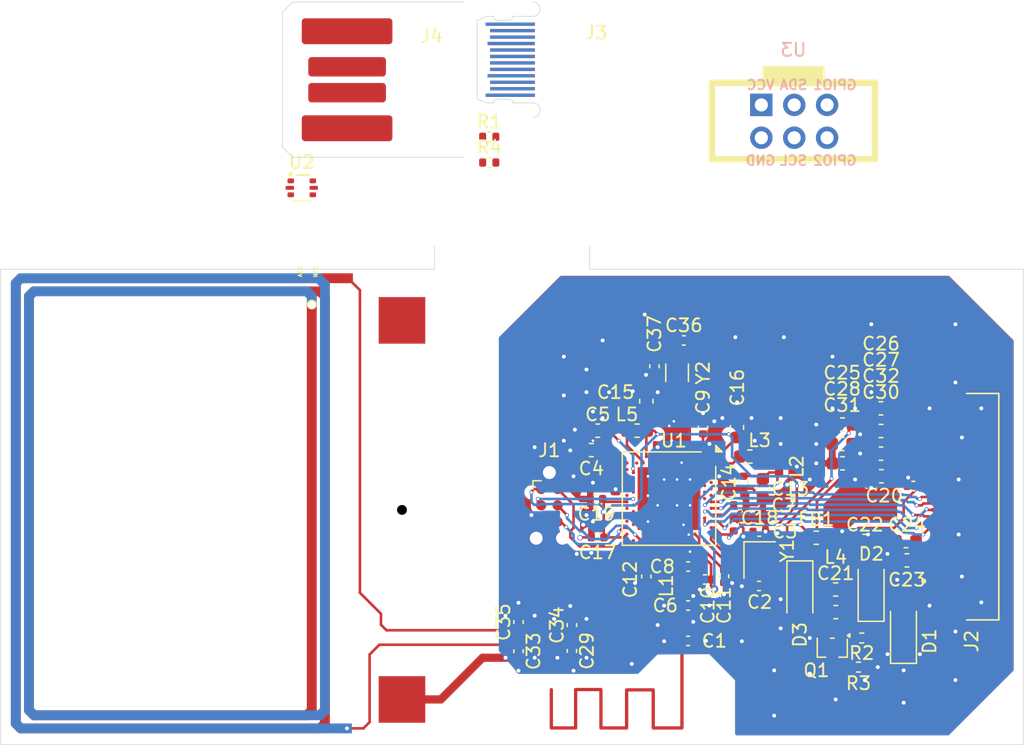
<source format=kicad_pcb>
(kicad_pcb (version 20241229) (generator "pcbnew") (generator_version "9.0")
  (layers (0 "F.Cu" signal) (2 "B.Cu" signal) (13 "F.Paste" user) (15 "B.Paste" user) (5 "F.SilkS" user "F.Silkscreen") (7 "B.SilkS" user "B.Silkscreen") (1 "F.Mask" user) (3 "B.Mask" user) (25 "Edge.Cuts" user))
  (net 0 "")
  (net 1 "/RF")
  (net 2 "Net-(U1-NFC1{slash}P0.09)")
  (net 3 "Net-(U1-NFC2{slash}P0.10)")
  (net 4 "GND")
  (net 5 "Net-(U1-XC1)")
  (net 6 "Net-(U1-XC2)")
  (net 7 "VBUS")
  (net 8 "Net-(U1-DECUSB)")
  (net 9 "Net-(U1-DEC2)")
  (net 10 "Net-(U1-ANT)")
  (net 11 "/DEC1")
  (net 12 "/DEC4_6")
  (net 13 "/DEC3")
  (net 14 "Net-(U1-DEC5)")
  (net 15 "VDD")
  (net 16 "+3V3")
  (net 17 "Net-(D1-A)")
  (net 18 "Net-(D3-A)")
  (net 19 "Net-(C23-Pad2)")
  (net 20 "Net-(C24-Pad2)")
  (net 21 "Net-(C26-Pad1)")
  (net 22 "Net-(C27-Pad1)")
  (net 23 "Net-(C30-Pad1)")
  (net 24 "Net-(C31-Pad1)")
  (net 25 "Net-(C32-Pad1)")
  (net 26 "/Display/PREVGL")
  (net 27 "/Display/PREVGH")
  (net 28 "/~{RST}")
  (net 29 "/SWCLK")
  (net 30 "/SWO")
  (net 31 "/SWDIO")
  (net 32 "/Display/GDR")
  (net 33 "CLK")
  (net 34 "BUSY")
  (net 35 "CS")
  (net 38 "DIN")
  (net 39 "RST")
  (net 40 "D{slash}C")
  (net 42 "/Display/RESE")
  (net 43 "Net-(L2-Pad2)")
  (net 44 "Net-(U1-DCC)")
  (net 45 "+BATT")
  (net 73 "/D+")
  (net 74 "/D-")
  (net 75 "/D_P")
  (net 76 "/D_N")
  (net 77 "Net-(U1-AIN4{slash}P0.28)")
  (net 78 "/SDA")
  (net 79 "/SCL")
  (net 80 "Net-(U1-AIN5{slash}P0.29)")
  (net 84 "Net-(J3-CC2)")
  (net 86 "Net-(J3-CC1)")
  (net 99 "unconnected-(Y1-G-Pad2)")
  (net 101 "Net-(U1-XL1{slash}P0.00)")
  (net 102 "Net-(U1-XL2{slash}P0.01)")
  (footprint "Inductor_SMD:L_0603_1608Metric" (layer "F.Cu") (at 115.1625 147.975 180)
    (property "Reference" "L5")
    (property "Value" "10uH")
  )
  (footprint "Inductor_SMD:L_0402_1005Metric" (layer "F.Cu") (at 126.125 150.725 90)
    (property "Reference" "L2")
    (property "Value" "15nH")
  )
  (footprint "Capacitor_SMD:C_0402_1005Metric" (layer "F.Cu") (at 106 162.775 90)
    (property "Reference" "C35")
    (property "Value" "NC")
  )
  (footprint "Capacitor_SMD:C_0402_1005Metric" (layer "F.Cu") (at 136.5 152.25)
    (property "Reference" "C20")
    (property "Value" "100nF")
  )
  (footprint "Package_TO_SOT_SMD:SOT-323_SC-70" (layer "F.Cu") (at 130.235 164.75 -90)
    (property "Reference" "Q1")
    (property "Value" "Si1308EDL")
  )
  (footprint "Capacitor_SMD:C_0402_1005Metric" (layer "F.Cu") (at 124.575 159.975)
    (property "Reference" "C2")
    (property "Value" "12pF")
  )
  (footprint "Resistor_SMD:R_0402_1005Metric" (layer "F.Cu") (at 132.51 164 180)
    (property "Reference" "R2")
    (property "Value" "10k")
  )
  (footprint "Capacitor_SMD:C_0603_1608Metric" (layer "F.Cu") (at 134.025 151.5 180)
    (property "Reference" "C30")
    (property "Value" "1uF")
  )
  (footprint "Connector:Tag-Connect_TC2030-IDC-NL_2x03_P1.27mm_Vertical" (layer "F.Cu") (at 108.385 153.75 -90)
    (property "Reference" "J1")
    (property "Value" "TC2030")
  )
  (footprint "Diode_SMD:D_SOD-123" (layer "F.Cu") (at 133.235 160.35 90)
    (property "Reference" "D2")
    (property "Value" "MBR0530")
  )
  (footprint "Capacitor_SMD:C_0402_1005Metric" (layer "F.Cu") (at 123.375 151.975 -90)
    (property "Reference" "C14")
    (property "Value" "47nF")
  )
  (footprint "Capacitor_SMD:C_0402_1005Metric" (layer "F.Cu") (at 106 165.025 -90)
    (property "Reference" "C33")
    (property "Value" "NC")
  )
  (footprint "Capacitor_SMD:C_0603_1608Metric" (layer "F.Cu") (at 131.025 150.5 180)
    (property "Reference" "C31")
    (property "Value" "1uF")
  )
  (footprint "Resistor_SMD:R_0402_1005Metric" (layer "F.Cu") (at 103.74 127.25)
    (property "Reference" "R4")
    (property "Value" "5.1k")
  )
  (footprint "Capacitor_SMD:C_0402_1005Metric" (layer "F.Cu") (at 124.595 155.775 180)
    (property "Reference" "C3")
    (property "Value" "12pF")
  )
  (footprint "Package_DFN_QFN:Nordic_AQFN-73-1EP_7x7mm_P0.5mm" (layer "F.Cu") (at 117.625 153.225 -90)
    (property "Reference" "U1")
    (property "Value" "nRF52840")
  )
  (footprint "Capacitor_SMD:C_0603_1608Metric" (layer "F.Cu") (at 135.929654 156.508581)
    (property "Reference" "C24")
    (property "Value" "1uF")
  )
  (footprint "Capacitor_SMD:C_0603_1608Metric" (layer "F.Cu") (at 132.75 156.5 180)
    (property "Reference" "C22")
    (property "Value" "4.7uF")
  )
  (footprint "BooskieBadge:2.4GHz-meander-antenna-v2" (layer "F.Cu") (at 118.625 165.225)
    (property "Reference" "AE1")
    (property "Value" "Antenna" (hide yes))
  )
  (footprint "Capacitor_SMD:C_0603_1608Metric" (layer "F.Cu") (at 124.875 152.475 -90)
    (property "Reference" "C13")
    (property "Value" "1.0uF")
  )
  (footprint "Capacitor_SMD:C_0402_1005Metric" (layer "F.Cu") (at 112.105 156.225 180)
    (property "Reference" "C17")
    (property "Value" "100nF")
  )
  (footprint "Capacitor_SMD:C_0402_1005Metric" (layer "F.Cu") (at 119.105 158.475)
    (property "Reference" "C8")
    (property "Value" "0.8pF")
  )
  (footprint "Inductor_SMD:L_0603_1608Metric" (layer "F.Cu") (at 130.5 160.25 180)
    (property "Reference" "L4")
    (property "Value" "68uH")
  )
  (footprint "Crystal:Crystal_SMD_2016-4Pin_2.0x1.6mm" (layer "F.Cu") (at 124.625 157.975 -90)
    (property "Reference" "Y1")
    (property "Value" "32MHz")
  )
  (footprint "Capacitor_SMD:C_0402_1005Metric" (layer "F.Cu") (at 112.02 153.25 180)
    (property "Reference" "C19")
    (property "Value" "100nF")
  )
  (footprint "Capacitor_SMD:C_0402_1005Metric" (layer "F.Cu") (at 115.875 159.245 -90)
    (property "Reference" "C12")
    (property "Value" "820pF")
  )
  (footprint "Package_TO_SOT_SMD:SOT-666" (layer "F.Cu") (at 89.26 129.205)
    (property "Reference" "U2")
    (property "Value" "USBLC6-2P6")
  )
  (footprint "Capacitor_SMD:C_0402_1005Metric" (layer "F.Cu") (at 122.625 155.245 90)
    (property "Reference" "C18")
    (property "Value" "100nF")
  )
  (footprint "Capacitor_SMD:C_0603_1608Metric" (layer "F.Cu") (at 134 148 180)
    (property "Reference" "C27")
    (property "Value" "1uF")
  )
  (footprint "Capacitor_SMD:C_0402_1005Metric" (layer "F.Cu") (at 120.395 159.475)
    (property "Reference" "C10")
    (property "Value" "NC")
  )
  (footprint "BooskieBadge:NFC_ANTENNA" (layer "F.Cu") (at 90.0322 137.84146 90)
    (property "Reference" "AE2")
    (property "Value" "NFC")
  )
  (footprint "Diode_SMD:D_SOD-123" (layer "F.Cu") (at 127.735 160.4 -90)
    (property "Reference" "D3")
    (property "Value" "MBR0530")
  )
  (footprint "Inductor_SMD:L_0603_1608Metric" (layer "F.Cu") (at 123.875 149.975 180)
    (property "Reference" "L3")
    (property "Value" "10uH")
  )
  (footprint "Crystal:Crystal_SMD_3215-2Pin_3.2x1.5mm" (layer "F.Cu") (at 118.25 143.5 -90)
    (property "Reference" "Y2")
    (property "Value" "32.768 kHz")
  )
  (footprint "BooskieBadge:Simple_Addon_v2-BADGE-2x3" (layer "F.Cu") (at 127.2375 124.0437)
    (property "Reference" "U3")
    (property "Value" "SAOV1.69BIS")
  )
  (footprint "BooskieBadge:USB_A_PCB_Edge_receptacle" (layer "F.Cu") (at 92.76 120.85)
    (property "Reference" "J4")
    (property "Value" "USB_A_PCB_Edge_receptacle")
    (fp_line (start -5 -5.2) (end -5 5.2) (stroke (width 0.05)) (layer "Edge.Cuts"))
    (fp_line (start -5 -5.2) (end -4.2 -6) (stroke (width 0.05)) (layer "Edge.Cuts"))
    (fp_line (start -5 5.2) (end -4.2 6) (stroke (width 0.05)) (layer "Edge.Cuts"))
    (fp_line (start 9 -6) (end -4.2 -6) (stroke (width 0.05)) (layer "Edge.Cuts"))
    (fp_line (start 9 6) (end -4.2 6) (stroke (width 0.05)) (layer "Edge.Cuts"))
  )
  (footprint "Capacitor_SMD:C_0402_1005Metric" (layer "F.Cu") (at 119.105 164.225)
    (property "Reference" "C1")
    (property "Value" "NC")
  )
  (footprint "Capacitor_SMD:C_0603_1608Metric" (layer "F.Cu") (at 111.625 149.475 180)
    (property "Reference" "C4")
    (property "Value" "4.7uF")
  )
  (footprint "Capacitor_SMD:C_0603_1608Metric" (layer "F.Cu") (at 136 158)
    (property "Reference" "C23")
    (property "Value" "1uF")
  )
  (footprint "Capacitor_SMD:C_0603_1608Metric" (layer "F.Cu") (at 134 149.75 180)
    (property "Reference" "C32")
    (property "Value" "1uF")
  )
  (footprint "Capacitor_SMD:C_0402_1005Metric" (layer "F.Cu") (at 121.875 159.225 90)
    (property "Reference" "C11")
    (property "Value" "100pF")
  )
  (footprint "Resistor_SMD:R_0402_1005Metric" (layer "F.Cu") (at 132.26 166.25 180)
    (property "Reference" "R3")
    (property "Value" "3R")
  )
  (footprint "Capacitor_SMD:C_0603_1608Metric" (layer "F.Cu") (at 115.875 145.7 90)
    (property "Reference" "C15")
    (property "Value" "4.7uF")
  )
  (footprint "Capacitor_SMD:C_0603_1608Metric" (layer "F.Cu") (at 131 149 180)
    (property "Reference" "C28")
    (property "Value" "1uF")
  )
  (footprint "Capacitor_SMD:C_0402_1005Metric" (layer "F.Cu") (at 110.125 163 90)
    (property "Reference" "C34")
    (property "Value" "300pF")
  )
  (footprint "Capacitor_SMD:C_0603_1608Metric" (layer "F.Cu") (at 112.125 147.975 180)
    (property "Reference" "C5")
    (property "Value" "4.7uF")
  )
  (footprint "Capacitor_SMD:C_0603_1608Metric" (layer "F.Cu") (at 134 146.25 180)
    (property "Reference" "C26")
    (property "Value" "1uF")
  )
  (footprint "Capacitor_SMD:C_0603_1608Metric" (layer "F.Cu") (at 131.025 147.5 180)
    (property "Reference" "C25")
    (property "Value" "1uF")
  )
  (footprint "Capacitor_SMD:C_0603_1608Metric" (layer "F.Cu") (at 122.875 147.725 90)
    (property "Reference" "C16")
    (property "Value" "1.0uF")
  )
  (footprint "Capacitor_SMD:C_0402_1005Metric" (layer "F.Cu") (at 120.25 147.745 90)
    (property "Reference" "C9")
    (property "Value" "100nF")
  )
  (footprint "BooskieBadge:AMPHENOL_SFV24R-2STE1HLF" (layer "F.Cu") (at 141 153.85 90)
    (property "Reference" "J2")
    (property "Value" "SFV24R-2STE1HLF")
  )
  (footprint "Capacitor_SMD:C_0603_1608Metric" (layer "F.Cu") (at 130.51 162 180)
    (property "Reference" "C21")
    (property "Value" "4.7uF")
  )
  (footprint "BooskieBadge:USB_C_PCB_receptacle_24pin_1mm-cutout" (layer "F.Cu") (at 107.76 119.3)
    (property "Reference" "J3")
    (property "Value" "USB_C_Receptacle_PCB_Edge")
    (fp_line (start -4.95 -3.05) (end -4.95 3.045) (stroke (width 0.05)) (layer "Edge.Cuts"))
    (fp_line (start -4.95 -3.05) (end -4.2 -3.35) (stroke (width 0.05)) (layer "Edge.Cuts"))
    (fp_line (start -4.95 3.045) (end -4.2 3.345) (stroke (width 0.05)) (layer "Edge.Cuts"))
    (fp_line (start -4.2 -3.35) (end -3.7 -3.35) (stroke (width 0.05)) (layer "Edge.Cuts"))
    (fp_line (start -3.7 3.345) (end -4.2 3.345) (stroke (width 0.05)) (layer "Edge.Cuts"))
    (fp_line (start -3.4 -3.05) (end -2.5 -3.05) (stroke (width 0.05)) (layer "Edge.Cuts"))
    (fp_line (start -2.5 3.045) (end -3.4 3.045) (stroke (width 0.05)) (layer "Edge.Cuts"))
    (fp_line (start -0.635 -3.35) (end -2.2 -3.35) (stroke (width 0.05)) (layer "Edge.Cuts"))
    (fp_line (start -0.635 3.345) (end -2.2 3.345) (stroke (width 0.05)) (layer "Edge.Cuts"))
    (fp_arc (start -3.7 3.345) (mid -3.612132 3.132868) (end -3.4 3.045) (stroke (width 0.05)) (layer "Edge.Cuts"))
    (fp_arc (start -3.4 -3.05) (mid -3.612132 -3.137868) (end -3.7 -3.35) (stroke (width 0.05)) (layer "Edge.Cuts"))
    (fp_arc (start -2.5 3.045) (mid -2.287868 3.132868) (end -2.2 3.345) (stroke (width 0.05)) (layer "Edge.Cuts"))
    (fp_arc (start -2.2 -3.35) (mid -2.287868 -3.137868) (end -2.5 -3.05) (stroke (width 0.05)) (layer "Edge.Cuts"))
    (fp_arc (start -0.635 -4.45) (mid -0.085 -3.9) (end -0.635 -3.35) (stroke (width 0.05)) (layer "Edge.Cuts"))
    (fp_arc (start -0.635 3.345) (mid -0.085 3.895) (end -0.635 4.445) (stroke (width 0.05)) (layer "Edge.Cuts"))
  )
  (footprint "BooskieBadge:BAT_HOLDER_2032SMD" (layer "F.Cu") (at 97 154.09928 90)
    (property "Reference" "BT1")
    (property "Value" "Battery_Cell")
  )
  (footprint "Resistor_SMD:R_0402_1005Metric" (layer "F.Cu") (at 103.74 125.26)
    (property "Reference" "R1")
    (property "Value" "5.1k")
  )
  (footprint "Capacitor_SMD:C_0402_1005Metric" (layer "F.Cu") (at 110.125 165 -90)
    (property "Reference" "C29")
    (property "Value" "300pF")
  )
  (footprint "Inductor_SMD:L_0603_1608Metric" (layer "F.Cu") (at 129 156.25)
    (property "Reference" "FB1")
    (property "Value" "FerriteBead_Small")
  )
  (footprint "Diode_SMD:D_SOD-123" (layer "F.Cu") (at 135.735 163.6 90)
    (property "Reference" "D1")
    (property "Value" "MBR0530")
  )
  (footprint "Capacitor_SMD:C_0402_1005Metric" (layer "F.Cu") (at 119.105 161.49)
    (property "Reference" "C6")
    (property "Value" "0.5pF")
  )
  (footprint "Capacitor_SMD:C_0402_1005Metric" (layer "F.Cu") (at 118.77 141)
    (property "Reference" "C36")
    (property "Value" "12pF")
  )
  (footprint "Capacitor_SMD:C_0402_1005Metric" (layer "F.Cu") (at 123.105 153.725)
    (property "Reference" "C7")
    (property "Value" "NC")
  )
  (footprint "Inductor_SMD:L_0402_1005Metric" (layer "F.Cu") (at 118.585 159.975 90)
    (property "Reference" "L1")
    (property "Value" "4.7nH")
  )
  (footprint "Capacitor_SMD:C_0402_1005Metric" (layer "F.Cu") (at 116.5 143 90)
    (property "Reference" "C37")
    (property "Value" "12pF")
  )
  (gr_line (start 111.5 133.75) (end 111.5 135.5) (stroke (width 0.05)) (layer "Edge.Cuts"))
  (gr_line (start 66 172.25) (end 66 135.5) (stroke (width 0.05)) (layer "Edge.Cuts"))
  (gr_line (start 145 135.5) (end 145 172.25) (stroke (width 0.05)) (layer "Edge.Cuts"))
  (gr_line (start 111.5 135.5) (end 145 135.5) (stroke (width 0.05)) (layer "Edge.Cuts"))
  (gr_line (start 99.5 133.75) (end 99.5 135.5) (stroke (width 0.05)) (layer "Edge.Cuts"))
  (gr_line (start 145 172.25) (end 66 172.25) (stroke (width 0.05)) (layer "Edge.Cuts"))
  (gr_line (start 66 135.5) (end 99.5 135.5) (stroke (width 0.05)) (layer "Edge.Cuts"))
  (segment (start 118.625 165.225) (end 118.625 160.5) (width 0.2) (layer "F.Cu") (net 1))
  (segment (start 118.625 165.225) (end 118.625 164.225) (width 0.2) (layer "F.Cu") (net 1))
  (segment (start 118.625 160.5) (end 118.585 160.46) (width 0.2) (layer "F.Cu") (net 1))
  (segment (start 116.59145 160.19145) (end 116.59145 158.69145) (width 0.2) (layer "F.Cu") (net 2))
  (segment (start 117.875 157.4079) (end 117.875 156.475) (width 0.2) (layer "F.Cu") (net 2))
  (segment (start 110.125 163.48) (end 113.3029 163.48) (width 0.2) (layer "F.Cu") (net 2))
  (segment (start 95.375 162.125) (end 95.375 162.971243) (width 0.2) (layer "F.Cu") (net 2))
  (segment (start 95.803757 163.4) (end 106.145 163.4) (width 0.2) (layer "F.Cu") (net 2))
  (segment (start 114.5779 162.205) (end 116.59145 160.19145) (width 0.2) (layer "F.Cu") (net 2))
  (segment (start 93.75 160.5) (end 95.375 162.125) (width 0.2) (layer "F.Cu") (net 2))
  (segment (start 116.59145 158.69145) (end 117.875 157.4079) (width 0.2) (layer "F.Cu") (net 2))
  (segment (start 106.145 163.4) (end 106.225 163.48) (width 0.2) (layer "F.Cu") (net 2))
  (segment (start 93.75 137.11426) (end 93.75 160.5) (width 0.2) (layer "F.Cu") (net 2))
  (segment (start 92.82874 136.193) (end 93.75 137.11426) (width 0.2) (layer "F.Cu") (net 2))
  (segment (start 92.82874 136.193) (end 93.0002 136.193) (width 0.2) (layer "F.Cu") (net 2))
  (segment (start 95.375 162.971243) (end 95.803757 163.4) (width 0.2) (layer "F.Cu") (net 2))
  (segment (start 113.3029 163.48) (end 114.5779 162.205) (width 0.2) (layer "F.Cu") (net 2))
  (segment (start 106.225 163.48) (end 110.125 163.48) (width 0.2) (layer "F.Cu") (net 2))
  (segment (start 92.75 170.98592) (end 94.02128 170.98592) (width 0.2) (layer "F.Cu") (net 3))
  (segment (start 117.125 158.725) (end 117.125 160.225) (width 0.2) (layer "F.Cu") (net 3))
  (segment (start 117.125 160.225) (end 112.83 164.52) (width 0.2) (layer "F.Cu") (net 3))
  (segment (start 94 170.98592) (end 94.01408 170.98592) (width 0.2) (layer "F.Cu") (net 3))
  (segment (start 118.375 156.475) (end 118.375 157.475) (width 0.2) (layer "F.Cu") (net 3))
  (segment (start 94.5 165.275) (end 95.255 164.52) (width 0.2) (layer "F.Cu") (net 3))
  (segment (start 118.375 157.475) (end 117.125 158.725) (width 0.2) (layer "F.Cu") (net 3))
  (segment (start 95.255 164.52) (end 110.125 164.52) (width 0.2) (layer "F.Cu") (net 3))
  (segment (start 94.01408 170.98592) (end 94.5 170.5) (width 0.2) (layer "F.Cu") (net 3))
  (segment (start 94.5 170.5) (end 94.5 165.275) (width 0.2) (layer "F.Cu") (net 3))
  (segment (start 112.83 164.52) (end 110.125 164.52) (width 0.2) (layer "F.Cu") (net 3))
  (via (at 92.75 170.98592) (size 0.6) (drill 0.3) (layers "F.Cu" "B.Cu") (net 3))
  (segment (start 121.8 146.95) (end 121.75 147) (width 0.2) (layer "F.Cu") (net 4))
  (segment (start 122 160.75) (end 121.875 160.625) (width 0.2) (layer "F.Cu") (net 4))
  (segment (start 139.85 151.6) (end 140 151.75) (width 0.2) (layer "F.Cu") (net 4))
  (segment (start 122.625 154.685) (end 123.585 153.725) (width 0.2) (layer "F.Cu") (net 4))
  (segment (start 124.875 153.25) (end 125.65 153.25) (width 0.2) (layer "F.Cu") (net 4))
  (segment (start 123.367927 155.507927) (end 123.367927 156.155154) (width 0.2) (layer "F.Cu") (net 4))
  (segment (start 120.25 146.625) (end 120.25 147.265) (width 0.2) (layer "F.Cu") (net 4))
  (segment (start 110.125 162.52) (end 110.125 161.65) (width 0.2) (layer "F.Cu") (net 4))
  (segment (start 115.875 144.925) (end 116.675 144.925) (width 0.2) (layer "F.Cu") (net 4))
  (segment (start 111.35 147.975) (end 111.35 146.9) (width 0.2) (layer "F.Cu") (net 4))
  (segment (start 110.125 165.48) (end 110.125 166.4) (width 0.2) (layer "F.Cu") (net 4))
  (segment (start 123.375 152.455) (end 122.454 152.455) (width 0.2) (layer "F.Cu") (net 4))
  (segment (start 111.35 146.9) (end 111.75 146.5) (width 0.2) (layer "F.Cu") (net 4))
  (segment (start 130.225 149) (end 129 149) (width 0.2) (layer "F.Cu") (net 4))
  (segment (start 115.025 159.725) (end 115 159.75) (width 0.2) (layer "F.Cu") (net 4))
  (segment (start 128.25 151.5) (end 128.5 151.75) (width 0.2) (layer "F.Cu") (net 4))
  (segment (start 100 168.75) (end 103.225 165.525) (width 0.635) (layer "F.Cu") (net 4))
  (segment (start 110.475 149.475) (end 110.85 149.475) (width 0.2) (layer "F.Cu") (net 4))
  (segment (start 119.585 157.658495) (end 119.251 157.324495) (width 0.2) (layer "F.Cu") (net 4))
  (segment (start 115.875 159.725) (end 115.025 159.725) (width 0.2) (layer "F.Cu") (net 4))
  (segment (start 123.375 152.455) (end 124.08 152.455) (width 0.2) (layer "F.Cu") (net 4))
  (segment (start 126.75 152.15) (end 126.75 152) (width 0.2) (layer "F.Cu") (net 4))
  (segment (start 97 168.75) (end 100 168.75) (width 0.635) (layer "F.Cu") (net 4))
  (segment (start 135 158) (end 134.5 157.5) (width 0.2) (layer "F.Cu") (net 4))
  (segment (start 120.522545 151.725) (end 120.746545 151.501) (width 0.2) (layer "F.Cu") (net 4))
  (segment (start 126.75 152) (end 127 151.75) (width 0.2) (layer "F.Cu") (net 4))
  (segment (start 110.775 156.225) (end 110.75 156.25) (width 0.2) (layer "F.Cu") (net 4))
  (segment (start 119.585 158.475) (end 119.585 157.658495) (width 0.2) (layer "F.Cu") (net 4))
  (segment (start 127 151.75) (end 127 151.25) (width 0.2) (layer "F.Cu") (net 4))
  (segment (start 116.675 144.925) (end 116.75 145) (width 0.2) (layer "F.Cu") (net 4))
  (segment (start 121.875 159.705) (end 121.875 160.625) (width 0.2) (layer "F.Cu") (net 4))
  (segment (start 119.915 159.475) (end 119.915 158.805) (width 0.2) (layer "F.Cu") (net 4))
  (segment (start 115.875 144.925) (end 114.825 144.925) (width 0.2) (layer "F.Cu") (net 4))
  (segment (start 119.585 164.225) (end 120.475 164.225) (width 0.2) (layer "F.Cu") (net 4))
  (segment (start 126.75 152.112189) (end 127.362189 151.5) (width 0.2) (layer "F.Cu") (net 4))
  (segment (start 111.35 148.35) (end 111.75 148.75) (width 0.2) (layer "F.Cu") (net 4))
  (segment (start 126.75 152.15) (end 126.75 152.112189) (width 0.2) (layer "F.Cu") (net 4))
  (segment (start 119.125 155.975) (end 119.125 155.980547) (width 0.2) (layer "F.Cu") (net 4))
  (segment (start 138.6 151.6) (end 136.1 151.6) (width 0.2) (layer "F.Cu") (net 4))
  (segment (start 120.375 151.725) (end 120.522545 151.725) (width 0.2) (layer "F.Cu") (net 4))
  (segment (start 130.25 150.5) (end 129 150.5) (width 0.2) (layer "F.Cu") (net 4))
  (segment (start 132.647507 148) (end 132.389131 148.258376) (width 0.2) (layer "F.Cu") (net 4))
  (segment (start 135.225 158) (end 135 158) (width 0.2) (layer "F.Cu") (net 4))
  (segment (start 127 151.25) (end 127.5 150.75) (width 0.2) (layer "F.Cu") (net 4))
  (segment (start 133.25 151.5) (end 132.25 151.5) (width 0.2) (layer "F.Cu") (net 4))
  (segment (start 122.625 154.765) (end 123.367927 155.507927) (width 0.2) (layer "F.Cu") (net 4))
  (segment (start 111.35 147.975) (end 111.35 148.35) (width 0.2) (layer "F.Cu") (net 4))
  (segment (start 132.25 151.5) (end 132 151.75) (width 0.2) (layer "F.Cu") (net 4))
  (segment (start 120.746545 151.501) (end 121.5 151.501) (width 0.2) (layer "F.Cu") (net 4))
  (segment (start 133.25 151.5) (end 133.25 152.396) (width 0.2) (layer "F.Cu") (net 4))
  (segment (start 130.25 147.5) (end 130.25 146.25) (width 0.2) (layer "F.Cu") (net 4))
  (segment (start 122.875 146.95) (end 121.8 146.95) (width 0.2) (layer "F.Cu") (net 4))
  (segment (start 127.362189 151.5) (end 128.25 151.5) (width 0.2) (layer "F.Cu") (net 4))
  (segment (start 125.874997 155.775) (end 126 155.900003) (width 0.2) (layer "F.Cu") (net 4))
  (segment (start 110 149.5) (end 110 149.25) (width 0.2) (layer "F.Cu") (net 4))
  (segment (start 110.45 149.5) (end 110.475 149.475) (width 0.2) (layer "F.Cu") (net 4))
  (segment (start 123.585 153.725) (end 124.4 153.725) (width 0.2) (layer "F.Cu") (net 4))
  (segment (start 119.585 161.49) (end 120.74 161.49) (width 0.2) (layer "F.Cu") (net 4))
  (segment (start 119.915 158.805) (end 119.585 158.475) (width 0.2) (layer "F.Cu") (net 4))
  (segment (start 110.125 161.65) (end 110 161.525) (width 0.2) (layer "F.Cu") (net 4))
  (segment (start 120.5 164.25) (end 120.475 164.225) (width 0.2) (layer "F.Cu") (net 4))
  (segment (start 122.454 152.455) (end 121.5 151.501) (width 0.2) (layer "F.Cu") (net 4))
  (segment (start 125.65 153.25) (end 126.75 152.15) (width 0.2) (layer "F.Cu") (net 4))
  (segment (start 124.4 153.725) (end 124.875 153.25) (width 0.2) (layer "F.Cu") (net 4))
  (segment (start 133.525 156.5) (end 133.5 156.5) (width 0.2) (layer "F.Cu") (net 4))
  (segment (start 135.225 158) (end 135.225 159.475) (width 0.2) (layer "F.Cu") (net 4))
  (segment (start 110 149.25) (end 109.5 148.75) (width 0.2) (layer "F.Cu") (net 4))
  (segment (start 124.095 159.975) (end 123.275 159.975) (width 0.2) (layer "F.Cu") (net 4))
  (segment (start 119.125 155.980547) (end 119.15105 156.006597) (width 0.2) (layer "F.Cu") (net 4))
  (segment (start 133.225 148) (end 132.647507 148) (width 0.2) (layer "F.Cu") (net 4))
  (segment (start 130.25 147.5) (end 129 147.5) (width 0.2) (layer "F.Cu") (net 4))
  (segment (start 136.02 152.25) (end 136.02 151.68) (width 0.2) (layer "F.Cu") (net 4))
  (segment (start 123.275 159.975) (end 123.25 160) (width 0.2) (layer "F.Cu") (net 4))
  (segment (start 133.225 146.25) (end 132 146.25) (width 0.2) (layer "F.Cu") (net 4))
  (segment (start 133.225 149.75) (end 132.397507 149.75) (width 0.2) (layer "F.Cu") (net 4))
  (segment (start 138.6 151.6) (end 139.85 151.6) (width 0.2) (layer "F.Cu") (net 4))
  (segment (start 122.625 154.765) (end 122.625 154.685) (width 0.2) (layer "F.Cu") (net 4))
  (segment (start 136.1 151.6) (end 136.02 151.68) (width 0.2) (layer "F.Cu") (net 4))
  (segment (start 111.025 149.475) (end 111.75 148.75) (width 0.2) (layer "F.Cu") (net 4))
  (segment (start 103.225 165.525) (end 109 165.525) (width 0.635) (layer "F.Cu") (net 4))
  (segment (start 132.397507 149.75) (end 132.389131 149.741624) (width 0.2) (layer "F.Cu") (net 4))
  (segment (start 110.125 166.4) (end 110.25 166.525) (width 0.2) (layer "F.Cu") (net 4))
  (segment (start 135.225 159.475) (end 135.25 159.5) (width 0.2) (layer "F.Cu") (net 4))
  (segment (start 120.75 161.5) (end 120.74 161.49) (width 0.2) (layer "F.Cu") (net 4))
  (segment (start 111.625 156.225) (end 110.775 156.225) (width 0.2) (layer "F.Cu") (net 4))
  (segment (start 122.455 159.705) (end 122.5 159.75) (width 0.2) (layer "F.Cu") (net 4))
  (segment (start 110 149.5) (end 110.45 149.5) (width 0.2) (layer "F.Cu") (net 4))
  (segment (start 124.08 152.455) (end 124.875 153.25) (width 0.2) (layer "F.Cu") (net 4))
  (segment (start 138.6 156.1) (end 139.9 156.1) (width 0.2) (layer "F.Cu") (net 4))
  (segment (start 121.875 159.705) (end 122.455 159.705) (width 0.2) (layer "F.Cu") (net 4))
  (segment (start 133.5 156.5) (end 133 156) (width 0.2) (layer "F.Cu") (net 4))
  (segment (start 125.075 155.775) (end 125.874997 155.775) (width 0.2) (layer "F.Cu") (net 4))
  (segment (start 139.9 156.1) (end 140 156) (width 0.2) (layer "F.Cu") (net 4))
  (segment (start 110.85 149.475) (end 111.025 149.475) (width 0.2) (layer "F.Cu") (net 4))
  (segment (start 114.75 145) (end 114.825 144.925) (width 0.2) (layer "F.Cu") (net 4))
  (via (at 118.75 155.25) (size 0.3) (drill 0.2) (layers "F.Cu" "B.Cu") (net 4))
  (via (at 140.25 159.25) (size 0.4) (drill 0.3) (layers "F.Cu" "B.Cu") (net 4))
  (via (at 110.5 157.5) (size 0.4) (drill 0.3) (layers "F.Cu" "B.Cu") (net 4))
  (via (at 133.75 166.25) (size 0.4) (drill 0.3) (layers "F.Cu" "B.Cu") (net 4))
  (via (at 121.875 160.625) (size 0.4) (drill 0.3) (layers "F.Cu" "B.Cu") (net 4))
  (via (at 129 149) (size 0.4) (drill 0.3) (layers "F.Cu" "B.Cu") (net 4))
  (via (at 132.389131 149.741624) (size 0.4) (drill 0.3) (layers "F.Cu" "B.Cu") (net 4))
  (via (at 122.75 140.75) (size 0.4) (drill 0.3) (layers "F.Cu" "B.Cu") (net 4))
  (via (at 110 161.525) (size 0.4) (drill 0.3) (layers "F.Cu" "B.Cu") (net 4))
  (via (at 106 166.525) (size 0.4) (drill 0.3) (layers "F.Cu" "B.Cu") (net 4))
  (via (at 114.825 144.925) (size 0.4) (drill 0.3) (layers "F.Cu" "B.Cu") (net 4))
  (via (at 113 145) (size 0.4) (drill 0.3) (layers "F.Cu" "B.Cu") (net 4))
  (via (at 139.75 163.5) (size 0.4) (drill 0.3) (layers "F.Cu" "B.Cu") (net 4))
  (via (at 140 151.75) (size 0.6) (drill 0.3) (layers "F.Cu" "B.Cu") (net 4))
  (via (at 119.25 151.75) (size 0.3) (drill 0.2) (layers "F.Cu" "B.Cu") (net 4))
  (via (at 126.25 163.25) (size 0.4) (drill 0.3) (layers "F.Cu" "B.Cu") (net 4))
  (via (at 119.251 157.324495) (size 0.3) (drill 0.2) (layers "F.Cu" "B.Cu") (net 4))
  (via (at 121.5 151.501) (size 0.6) (drill 0.3) (layers "F.Cu" "B.Cu") (net 4))
  (via (at 132 146.25) (size 0.4) (drill 0.3) (layers "F.Cu" "B.Cu") (net 4))
  (via (at 110 149.5) (size 0.4) (drill 0.3) (layers "F.Cu" "B.Cu") (net 4))
  (via (at 109.5 145.25) (size 0.4) (drill 0.3) (layers "F.Cu" "B.Cu") (net 4))
  (via (at 112.5 147) (size 0.4) (drill 0.3) (layers "F.Cu" "B.Cu") (net 4))
  (via (at 128.5 164) (size 0.4) (drill 0.3) (layers "F.Cu" "B.Cu") (net 4))
  (via (at 131 155.75) (size 0.4) (drill 0.3) (layers "F.Cu" "B.Cu") (net 4))
  (via (at 123.367927 156.155154) (size 0.6) (drill 0.3) (layers "F.Cu" "B.Cu") (net 4))
  (via (at 125.75 170) (size 0.4) (drill 0.3) (layers "F.Cu" "B.Cu") (net 4))
  (via (at 116.75 145) (size 0.4) (drill 0.3) (layers "F.Cu" "B.Cu") (net 4))
  (via (at 140.25 148.5) (size 0.4) (drill 0.3) (layers "F.Cu" "B.Cu") (net 4))
  (via (at 123.25 164.25) (size 0.4) (drill 0.3) (layers "F.Cu" "B.Cu") (net 4))
  (via (at 111.25 145) (size 0.4) (drill 0.3) (layers "F.Cu" "B.Cu") (net 4))
  (via (at 135.75 169) (size 0.4) (drill 0.3) (layers "F.Cu" "B.Cu") (net 4))
  (via (at 137.75 161.5) (size 0.4) (drill 0.3) (layers "F.Cu" "B.Cu") (net 4))
  (via (at 111.25 162.525) (size 0.4) (drill 0.3) (layers "F.Cu" "B.Cu") (net 4))
  (via (at 132 151.75) (size 0.6) (drill 0.3) (layers "F.Cu" "B.Cu") (net 4))
  (via (at 115.851084 143.659361) (size 0.4) (drill 0.3) (layers "F.Cu" "B.Cu") (net 4))
  (via (at 130.25 142.25) (size 0.4) (drill 0.3) (layers "F.Cu" "B.Cu") (net 4))
  (via (at 107.25 165.525) (size 0.4) (drill 0.3) (layers "F.Cu" "B.Cu") (net 4))
  (via (at 110.25 151.5) (size 0.4) (drill 0.3) (layers "F.Cu" "B.Cu") (net 4))
  (via (at 120.75 149) (size 0.4) (drill 0.3) (layers "F.Cu" "B.Cu") (net 4))
  (via (at 111.75 155) (size 0.4) (drill 0.3) (layers "F.Cu" "B.Cu") (net 4))
  (via (at 111.75 152) (size 0.4) (drill 0.3) (layers "F.Cu" "B.Cu") (net 4))
  (via (at 114.75 166) (size 0.4) (drill 0.3) (layers "F.Cu" "B.Cu") (net 4))
  (via (at 118.25 153.75) (size 0.3) (drill 0.2) (layers "F.Cu" "B.Cu") (net 4))
  (via (at 120.74 161.49) (size 0.4) (drill 0.3) (layers "F.Cu" "B.Cu") (net 4))
  (via (at 128.5 166.75) (size 0.4) (drill 0.3) (layers "F.Cu" "B.Cu") (net 4))
  (via (at 109 165.525) (size 0.4) (drill 0.3) (layers "F.Cu" "B.Cu") (net 4))
  (via (at 119.15105 156.006597) (size 0.3) (drill 0.2) (layers "F.Cu" "B.Cu") (net 4))
  (via (at 117.25 161.5) (size 0.4) (drill 0.3) (layers "F.Cu" "B.Cu") (net 4))
  (via (at 141.75 161.25) (size 0.4) (drill 0.3) (layers "F.Cu" "B.Cu") (net 4))
  (via (at 116.75 149.25) (size 0.4) (drill 0.3) (layers "F.Cu" "B.Cu") (net 4))
  (via (at 137.75 146.25) (size 0.4) (drill 0.3) (layers "F.Cu" "B.Cu") (net 4))
  (via (at 105 162.275) (size 0.4) (drill 0.3) (layers "F.Cu" "B.Cu") (net 4))
  (via (at 116 155) (size 0.3) (drill 0.2) (layers "F.Cu" "B.Cu") (net 4))
  (via (at 108.75 162.525) (size 0.4) (drill 0.3) (layers "F.Cu" "B.Cu") (net 4))
  (via (at 130.25 146.25) (size 0.4) (drill 0.3) (layers "F.Cu" "B.Cu") (net 4))
  (via (at 106 161.275) (size 0.4) (drill 0.3) (layers "F.Cu" "B.Cu") (net 4))
  (via (at 133 156) (size 0.4) (drill 0.3) (layers "F.Cu" "B.Cu") (net 4))
  (via (at 116 153) (size 0.3) (drill 0.2) (layers "F.Cu" "B.Cu") (net 4))
  (via (at 109.5 148.75) (size 0.4) (drill 0.3) (layers "F.Cu" "B.Cu") (net 4))
  (via (at 107 154.5) (size 0.4) (drill 0.3) (layers "F.Cu" "B.Cu") (net 4))
  (via (at 113.5 152.5) (size 0.4) (drill 0.3) (layers "F.Cu" "B.Cu") (net 4))
  (via (at 139.75 167.25) (size 0.4) (drill 0.3) (layers "F.Cu" "B.Cu") (net 4))
  (via (at 120.25 146.625) (size 0.4) (drill 0.3) (layers "F.Cu" "B.Cu") (net 4))
  (via (at 109.5 142.25) (size 0.4) (drill 0.3) (layers "F.Cu" "B.Cu") (net 4))
  (via (at 112.5 141) (size 0.4) (drill 0.3) (layers "F.Cu" "B.Cu") (net 4))
  (via (at 130.5 168.75) (size 0.4) (drill 0.3) (layers "F.Cu" "B.Cu") (net 4))
  (via (at 110.353554 147.896446) (size 0.4) (drill 0.3) (layers "F.Cu" "B.Cu") (net 4))
  (via (at 128.5 151.75) (size 0.4) (drill 0.3) (layers "F.Cu" "B.Cu") (net 4))
  (via (at 132.75 167.25) (size 0.4) (drill 0.3) (layers "F.Cu" "B.Cu") (net 4))
  (via (at 129 150.5) (size 0.4) (drill 0.3) (layers "F.Cu" "B.Cu") (net 4))
  (via (at 117.25 151.75) (size 0.3) (drill 0.2) (layers "F.Cu" "B.Cu") (net 4))
  (via (at 111.25 143.25) (size 0.4) (drill 0.3) (layers "F.Cu" "B.Cu") (net 4))
  (via (at 110.25 166.525) (size 0.4) (drill 0.3) (layers "F.Cu" "B.Cu") (net 4))
  (via (at 111 155.25) (size 0.4) (drill 0.3) (layers "F.Cu" "B.Cu") (net 4))
  (via (at 125.75 166.5) (size 0.4) (drill 0.3) (layers "F.Cu" "B.Cu") (net 4))
  (via (at 126.25 147) (size 0.4) (drill 0.3) (layers "F.Cu" "B.Cu") (net 4))
  (via (at 125.075 155.775) (size 0.4) (drill 0.3) (layers "F.Cu" "B.Cu") (net 4))
  (via (at 126.25 161) (size 0.4) (drill 0.3) (layers "F.Cu" "B.Cu") (net 4))
  (via (at 122.5 159.75) (size 0.4) (drill 0.3) (layers "F.Cu" "B.Cu") (net 4))
  (via (at 116.75 153.75) (size 0.3) (drill 0.2) (layers "F.Cu" "B.Cu") (net 4))
  (via (at 105 165.525) (size 0.4) (drill 0.3) (layers "F.Cu" "B.Cu") (net 4))
  (via (at 119.5 160.75) (size 0.4) (drill 0.3) (layers "F.Cu" "B.Cu") (net 4))
  (via (at 120.475 164.225) (size 0.4) (drill 0.3) (layers "F.Cu" "B.Cu") (net 4))
  (via (at 111.75 146.5) (size 0.4) (drill 0.3) (layers "F.Cu" "B.Cu") (net 4))
  (via (at 119.25 153.75) (size 0.3) (drill 0.2) (layers "F.Cu" "B.Cu") (net 4))
  (via (at 126 155.900003) (size 0.6) (drill 0.3) (layers "F.Cu" "B.Cu") (net 4))
  (via (at 135.75 166.5) (size 0.4) (drill 0.3) (layers "F.Cu" "B.Cu") (net 4))
  (via (at 134.5 165.25) (size 0.4) (drill 0.3) (layers "F.Cu" "B.Cu") (net 4))
  (via (at 121.125 147.25) (size 0.4) (drill 0.3) (layers "F.Cu" "B.Cu") (net 4))
  (via (at 124 147) (size 0.4) (drill 0.3) (layers "F.Cu" "B.Cu") (net 4))
  (via (at 107.25 162.275) (size 0.4) (drill 0.3) (layers "F.Cu" "B.Cu") (net 4))
  (via (at 126.5 140.75) (size 0.4) (drill 0.3) (layers "F.Cu" "B.Cu") (net 4))
  (via (at 126.25 149) (size 0.4) (drill 0.3) (layers "F.Cu" "B.Cu") (net 4))
  (via (at 122.886552 145.782491) (size 0.4) (drill 0.3) (layers "F.Cu" "B.Cu") (net 4))
  (via (at 115.75 139) (size 0.4) (drill 0.3) (layers "F.Cu" "B.Cu") (net 4))
  (via (at 135.25 159.5) (size 0.4) (drill 0.3) (layers "F.Cu" "B.Cu") (net 4))
  (via (at 111.25 165.525) (size 0.4) (drill 0.3) (layers "F.Cu" "B.Cu") (net 4))
  (via (at 115 159.75) (size 0.4) (drill 0.3) (layers "F.Cu" "B.Cu") (net 4))
  (via (at 126.75 152.15) (size 0.6) (drill 0.3) (layers "F.Cu" "B.Cu") (net 4))
  (via (at 123.25 160) (size 0.4) (drill 0.3) (layers "F.Cu" "B.Cu") (net 4))
  (via (at 107.25 149.25) (size 0.4) (drill 0.3) (layers "F.Cu" "B.Cu") (net 4))
  (via (at 111.25 154.5) (size 0.4) (drill 0.3) (layers "F.Cu" "B.Cu") (net 4))
  (via (at 124.25 148.75) (size 0.4) (drill 0.3) (layers "F.Cu" "B.Cu") (net 4))
  (via (at 133.25 145) (size 0.4) (drill 0.3) (layers "F.Cu" "B.Cu") (net 4))
  (via (at 116 151.5) (size 0.3) (drill 0.2) (layers "F.Cu" "B.Cu") (net 4))
  (via (at 133.25 139.75) (size 0.4) (drill 0.3) (layers "F.Cu" "B.Cu") (net 4))
  (via (at 132.389131 148.258376) (size 0.4) (drill 0.3) (layers "F.Cu" "B.Cu") (net 4))
  (via (at 120 160.25) (size 0.4) (drill 0.3) (layers "F.Cu" "B.Cu") (net 4))
  (via (at 141.75 146.25) (size 0.4) (drill 0.3) (layers "F.Cu" "B.Cu") (net 4))
  (via (at 129 147.5) (size 0.4) (drill 0.3) (layers "F.Cu" "B.Cu") (net 4))
  (via (at 139.75 139.75) (size 0.4) (drill 0.3) (layers "F.Cu" "B.Cu") (net 4))
  (via (at 136.1 151.6) (size 0.4) (drill 0.3) (layers "F.Cu" "B.Cu") (net 4))
  (via (at 118.25 151.75) (size 0.3) (drill 0.2) (layers "F.Cu" "B.Cu") (net 4))
  (via (at 119.5 162.75) (size 0.4) (drill 0.3) (layers "F.Cu" "B.Cu") (net 4))
  (via (at 117.25 164.25) (size 0.4) (drill 0.3) (layers "F.Cu" "B.Cu") (net 4))
  (via (at 139.75 144.25) (size 0.4) (drill 0.3) (layers "F.Cu" "B.Cu") (net 4))
  (via (at 137 165.25) (size 0.4) (drill 0.3) (layers "F.Cu" "B.Cu") (net 4))
  (via (at 133.25 152.396) (size 0.4) (drill 0.3) (layers "F.Cu" "B.Cu") (net 4))
  (via (at 121.75 147) (size 0.4) (drill 0.3) (layers "F.Cu" "B.Cu") (net 4))
  (via (at 140 156) (size 0.6) (drill 0.3) (layers "F.Cu" "B.Cu") (net 4))
  (via (at 110.75 156.25) (size 0.4) (drill 0.3) (layers "F.Cu" "B.Cu") (net 4))
  (via (at 116.75 163) (size 0.4) (drill 0.3) (layers "F.Cu" "B.Cu") (net 4))
  (via (at 111.75 148.75) (size 0.3) (drill 0.2) (layers "F.Cu" "B.Cu") (net 4))
  (via (at 127.5 150.75) (size 0.4) (drill 0.3) (layers "F.Cu" "B.Cu") (net 4))
  (via (at 111.625639 157.418074) (size 0.4) (drill 0.3) (layers "F.Cu" "B.Cu") (net 4))
  (via (at 134.5 157.5) (size 0.4) (drill 0.3) (layers "F.Cu" "B.Cu") (net 4))
  (segment (start 111.207108 148.75) (end 111.75 148.75) (width 0.2) (layer "B.Cu") (net 4))
  (segment (start 110.353554 147.896446) (end 111.207108 148.75) (width 0.2) (layer "B.Cu") (net 4))
  (segment (start 122.875 157.725) (end 121.625 157.725) (width 0.2) (layer "F.Cu") (net 5))
  (segment (start 123.125 157.975) (end 122.875 157.725) (width 0.2) (layer "F.Cu") (net 5))
  (segment (start 125.375 158.725) (end 124.625 157.975) (width 0.2) (layer "F.Cu") (net 5))
  (segment (start 125.055 159.045) (end 125.375 158.725) (width 0.2) (layer "F.Cu") (net 5))
  (segment (start 124.625 157.975) (end 123.125 157.975) (width 0.2) (layer "F.Cu") (net 5))
  (segment (start 125.055 159.975) (end 125.055 159.045) (width 0.2) (layer "F.Cu") (net 5))
  (segment (start 121.625 157.725) (end 120.375 156.475) (width 0.2) (layer "F.Cu") (net 5))
  (segment (start 124.075 157.275) (end 124.075 155.815) (width 0.2) (layer "F.Cu") (net 6))
  (segment (start 124.075 155.815) (end 124.115 155.775) (width 0.2) (layer "F.Cu") (net 6))
  (segment (start 120.875 155.975) (end 120.875 156.4079) (width 0.2) (layer "F.Cu") (net 6))
  (segment (start 121.7421 157.275) (end 124.075 157.275) (width 0.2) (layer "F.Cu") (net 6))
  (segment (start 120.875 156.4079) (end 121.7421 157.275) (width 0.2) (layer "F.Cu") (net 6))
  (segment (start 114.375 150.475) (end 113.375 149.475) (width 0.2) (layer "F.Cu") (net 7))
  (segment (start 113.375 149.475) (end 112.4 149.475) (width 0.2) (layer "F.Cu") (net 7))
  (segment (start 114.875 151.225) (end 114.875 150.932428) (width 0.2) (layer "F.Cu") (net 8))
  (segment (start 112.975 147.975) (end 113.75 148.75) (width 0.2) (layer "F.Cu") (net 8))
  (segment (start 112.9 147.975) (end 112.975 147.975) (width 0.2) (layer "F.Cu") (net 8))
  (segment (start 114.875 150.932428) (end 114.849998 150.907426) (width 0.2) (layer "F.Cu") (net 8))
  (via (at 114.849998 150.907426) (size 0.3) (drill 0.2) (layers "F.Cu" "B.Cu") (net 8))
  (via (at 113.75 148.75) (size 0.3) (drill 0.2) (layers "F.Cu" "B.Cu") (net 8))
  (segment (start 113.75 148.75) (end 114.849998 149.849998) (width 0.2) (layer "B.Cu") (net 8))
  (segment (start 114.849998 149.849998) (end 114.849998 150.907426) (width 0.2) (layer "B.Cu") (net 8))
  (segment (start 120.875 154.475) (end 121.875 154.475) (width 0.2) (layer "F.Cu") (net 9))
  (segment (start 121.875 154.475) (end 122.625 153.725) (width 0.2) (layer "F.Cu") (net 9))
  (segment (start 118.625 156.122545) (end 118.801 156.298545) (width 0.2) (layer "F.Cu") (net 10))
  (segment (start 118.585 159.49) (end 118.585 158.515) (width 0.2) (layer "F.Cu") (net 10))
  (segment (start 118.801 156.298545) (end 118.801 158.299) (width 0.2) (layer "F.Cu") (net 10))
  (segment (start 118.625 155.975) (end 118.625 156.122545) (width 0.2) (layer "F.Cu") (net 10))
  (segment (start 118.585 158.515) (end 118.625 158.475) (width 0.2) (layer "F.Cu") (net 10))
  (segment (start 118.801 158.299) (end 118.625 158.475) (width 0.2) (layer "F.Cu") (net 10))
  (segment (start 119.875 149.975) (end 119.875 149.625) (width 0.2) (layer "F.Cu") (net 11))
  (segment (start 119.875 149.625) (end 120.25 149.25) (width 0.2) (layer "F.Cu") (net 11))
  (segment (start 120.25 149.25) (end 120.25 148.225) (width 0.2) (layer "F.Cu") (net 11))
  (segment (start 120.875 158.3121) (end 120.875 159.475) (width 0.2) (layer "F.Cu") (net 12))
  (segment (start 119.375 156.475) (end 119.425 156.475) (width 0.2) (layer "F.Cu") (net 12))
  (segment (start 120.375 151.225) (end 120.449 151.151) (width 0.2) (layer "F.Cu") (net 12))
  (segment (start 126 152) (end 126 151.335) (width 0.2) (layer "F.Cu") (net 12))
  (segment (start 126 151.335) (end 126.125 151.21) (width 0.2) (layer "F.Cu") (net 12))
  (segment (start 123.395 151.475) (end 123.375 151.495) (width 0.2) (layer "F.Cu") (net 12))
  (segment (start 122.645 151.495) (end 123.375 151.495) (width 0.2) (layer "F.Cu") (net 12))
  (segment (start 120.801 150.901455) (end 120.801 150.901) (width 0.2) (layer "F.Cu") (net 12))
  (segment (start 120.551455 151.151) (end 120.801 150.901455) (width 0.2) (layer "F.Cu") (net 12))
  (segment (start 120.875 159.975) (end 121.125 160.225) (width 0.2) (layer "F.Cu") (net 12))
  (segment (start 120.449 151.151) (end 120.551455 151.151) (width 0.2) (layer "F.Cu") (net 12))
  (segment (start 119.425 156.475) (end 119.548 156.598) (width 0.2) (layer "F.Cu") (net 12))
  (segment (start 122.051 150.901) (end 122.645 151.495) (width 0.2) (layer "F.Cu") (net 12))
  (segment (start 124.65 151.475) (end 123.395 151.475) (width 0.2) (layer "F.Cu") (net 12))
  (segment (start 120.801 150.901) (end 122.051 150.901) (width 0.2) (layer "F.Cu") (net 12))
  (segment (start 119.548 156.9851) (end 120.875 158.3121) (width 0.2) (layer "F.Cu") (net 12))
  (segment (start 125.365 151.21) (end 124.875 151.7) (width 0.2) (layer "F.Cu") (net 12))
  (segment (start 119.548 156.598) (end 119.548 156.9851) (width 0.2) (layer "F.Cu") (net 12))
  (segment (start 126.125 151.21) (end 125.365 151.21) (width 0.2) (layer "F.Cu") (net 12))
  (segment (start 124.875 151.7) (end 124.65 151.475) (width 0.2) (layer "F.Cu") (net 12))
  (segment (start 120.875 159.475) (end 120.875 159.975) (width 0.2) (layer "F.Cu") (net 12))
  (via (at 121.125 160.225) (size 0.6) (drill 0.3) (layers "F.Cu" "B.Cu") (net 12))
  (via (at 126 152) (size 0.3) (drill 0.2) (layers "F.Cu" "B.Cu") (net 12))
  (segment (start 120 156.029909) (end 120 155.5) (width 0.2) (layer "B.Cu") (net 12))
  (segment (start 125.5 152.25) (end 125.75 152.25) (width 0.2) (layer "B.Cu") (net 12))
  (segment (start 125.75 152.25) (end 126 152) (width 0.2) (layer "B.Cu") (net 12))
  (segment (start 121.125 160.225) (end 121.125 157.154909) (width 0.2) (layer "B.Cu") (net 12))
  (segment (start 119.949002 155.449002) (end 119.949002 153.300998) (width 0.2) (layer "B.Cu") (net 12))
  (segment (start 120 155.5) (end 119.949002 155.449002) (width 0.2) (layer "B.Cu") (net 12))
  (segment (start 119.949002 153.300998) (end 120.5 152.75) (width 0.2) (layer "B.Cu") (net 12))
  (segment (start 121.125 157.154909) (end 120 156.029909) (width 0.2) (layer "B.Cu") (net 12))
  (segment (start 121 152.25) (end 125.5 152.25) (width 0.2) (layer "B.Cu") (net 12))
  (segment (start 120.5 152.75) (end 121 152.25) (width 0.2) (layer "B.Cu") (net 12))
  (segment (start 119.949 156.299) (end 119.949 156.819) (width 0.2) (layer "F.Cu") (net 13))
  (segment (start 119.625 155.975) (end 119.949 156.299) (width 0.2) (layer "F.Cu") (net 13))
  (segment (start 119.949 156.819) (end 121.875 158.745) (width 0.2) (layer "F.Cu") (net 13))
  (segment (start 115.9508 158.765) (end 117.375 157.3408) (width 0.2) (layer "F.Cu") (net 14))
  (segment (start 115.875 158.765) (end 115.9508 158.765) (width 0.2) (layer "F.Cu") (net 14))
  (segment (start 117.375 157.3408) (end 117.375 156.475) (width 0.2) (layer "F.Cu") (net 14))
  (segment (start 121.375 149.975) (end 122.85 148.5) (width 0.2) (layer "F.Cu") (net 15))
  (segment (start 122.25 156.1) (end 122.625 155.725) (width 0.2) (layer "F.Cu") (net 15))
  (segment (start 115.875 149.975) (end 115.875 148.05) (width 0.2) (layer "F.Cu") (net 15))
  (segment (start 107.193225 152.48) (end 107.75 152.48) (width 0.2) (layer "F.Cu") (net 15))
  (segment (start 113.25 153.475) (end 112.725 153.475) (width 0.2) (layer "F.Cu") (net 15))
  (segment (start 115.95 147.975) (end 116.475 147.975) (width 0.2) (layer "F.Cu") (net 15))
  (segment (start 122.25 156.25) (end 122.25 156.1) (width 0.2) (layer "F.Cu") (net 15))
  (segment (start 122.875 148.5) (end 122.5 148.5) (width 0.2) (layer "F.Cu") (net 15))
  (segment (start 120.375 149.975) (end 121.375 149.975) (width 0.2) (layer "F.Cu") (net 15))
  (segment (start 121.125 155.475) (end 121.65 156) (width 0.2) (layer "F.Cu") (net 15))
  (segment (start 116.475 147.975) (end 116.75 148.25) (width 0.2) (layer "F.Cu") (net 15))
  (segment (start 115.875 148.05) (end 115.95 147.975) (width 0.2) (layer "F.Cu") (net 15))
  (segment (start 112.725 153.475) (end 112.5 153.25) (width 0.2) (layer "F.Cu") (net 15))
  (segment (start 114.375 153.475) (end 113.25 153.475) (width 0.2) (layer "F.Cu") (net 15))
  (segment (start 112.585 153.335) (end 112.5 153.25) (width 0.2) (layer "F.Cu") (net 15))
  (segment (start 112.585 156.225) (end 114.125 156.225) (width 0.2) (layer "F.Cu") (net 15))
  (segment (start 127.5 153.75) (end 126 155.25) (width 0.2) (layer "F.Cu") (net 15))
  (segment (start 128.2125 156.25) (end 128.2125 155.7125) (width 0.2) (layer "F.Cu") (net 15))
  (segment (start 122.85 148.5) (end 122.875 148.5) (width 0.2) (layer "F.Cu") (net 15))
  (segment (start 128.2125 155.7125) (end 127.75 155.25) (width 0.2) (layer "F.Cu") (net 15))
  (segment (start 115.95 147.975) (end 115.95 146.55) (width 0.2) (layer "F.Cu") (net 15))
  (segment (start 122.35 156) (end 122.625 155.725) (width 0.2) (layer "F.Cu") (net 15))
  (segment (start 114.125 156.225) (end 114.375 155.975) (width 0.2) (layer "F.Cu") (net 15))
  (segment (start 112.585 156.225) (end 112.585 154) (width 0.2) (layer "F.Cu") (net 15))
  (segment (start 107 152.673225) (end 107.193225 152.48) (width 0.2) (layer "F.Cu") (net 15))
  (segment (start 112.585 154.25) (end 112.585 154) (width 0.2) (layer "F.Cu") (net 15))
  (segment (start 127.5 152.25) (end 127.5 153.75) (width 0.2) (layer "F.Cu") (net 15))
  (segment (start 122.5 148.5) (end 122.25 148.25) (width 0.2) (layer "F.Cu") (net 15))
  (segment (start 115.95 146.55) (end 115.875 146.475) (width 0.2) (layer "F.Cu") (net 15))
  (segment (start 112.585 154) (end 112.585 153.335) (width 0.2) (layer "F.Cu") (net 15))
  (segment (start 120.875 155.475) (end 121.125 155.475) (width 0.2) (layer "F.Cu") (net 15))
  (segment (start 107 152.75) (end 107 152.673225) (width 0.2) (layer "F.Cu") (net 15))
  (segment (start 121.65 156) (end 122.35 156) (width 0.2) (layer "F.Cu") (net 15))
  (via (at 116.75 148.25) (size 0.3) (drill 0.2) (layers "F.Cu" "B.Cu") (net 15))
  (via (at 127.5 152.25) (size 0.3) (drill 0.2) (layers "F.Cu" "B.Cu") (net 15))
  (via (at 122.25 148.25) (size 0.3) (drill 0.2) (layers "F.Cu" "B.Cu") (net 15))
  (via (at 107 152.75) (size 0.3) (drill 0.2) (layers "F.Cu" "B.Cu") (net 15))
  (via (at 126 155.25) (size 0.3) (drill 0.2) (layers "F.Cu" "B.Cu") (net 15))
  (via (at 122.25 156.25) (size 0.3) (drill 0.2) (layers "F.Cu" "B.Cu") (net 15))
  (via (at 127.75 155.25) (size 0.3) (drill 0.2) (layers "F.Cu" "B.Cu") (net 15))
  (via (at 112.585 154.25) (size 0.45) (drill 0.3) (layers "F.Cu" "B.Cu") (net 15))
  (segment (start 114.987809 153.75) (end 115.5 153.237809) (width 0.2) (layer "B.Cu") (net 15))
  (segment (start 122.5 150) (end 122.5 148.5) (width 0.2) (layer "B.Cu") (net 15))
  (segment (start 127.5 152.25) (end 127.5 152) (width 0.2) (layer "B.Cu") (net 15))
  (segment (start 112.75 154.25) (end 113.25 153.75) (width 0.2) (layer "B.Cu") (net 15))
  (segment (start 113.25 153.75) (end 114.987809 153.75) (width 0.2) (layer "B.Cu") (net 15))
  (segment (start 124 151.5) (end 122.5 150) (width 0.2) (layer "B.Cu") (net 15))
  (segment (start 107 152.75) (end 107 153.5) (width 0.2) (layer "B.Cu") (net 15))
  (segment (start 115.5 149.5) (end 116.75 148.25) (width 0.2) (layer "B.Cu") (net 15))
  (segment (start 112.585 153.986) (end 112.585 154.25) (width 0.2) (layer "B.Cu") (net 15))
  (segment (start 112.585 154.25) (end 112.75 154.25) (width 0.2) (layer "B.Cu") (net 15))
  (segment (start 127 151.5) (end 124 151.5) (width 0.2) (layer "B.Cu") (net 15))
  (segment (start 112.25 153.651) (end 112.585 153.986) (width 0.2) (layer "B.Cu") (net 15))
  (segment (start 123.25 155.25) (end 122.25 156.25) (width 0.2) (layer "B.Cu") (net 15))
  (segment (start 107.686811 153.701) (end 107.736811 153.651) (width 0.2) (layer "B.Cu") (net 15))
  (segment (start 107.201 153.701) (end 107.686811 153.701) (width 0.2) (layer "B.Cu") (net 15))
  (segment (start 107 153.5) (end 107.201 153.701) (width 0.2) (layer "B.Cu") (net 15))
  (segment (start 122.5 148.5) (end 122.25 148.25) (width 0.2) (layer "B.Cu") (net 15))
  (segment (start 126 155.25) (end 123.25 155.25) (width 0.2) (layer "B.Cu") (net 15))
  (segment (start 122.25 148.25) (end 116.75 148.25) (width 0.2) (layer "B.Cu") (net 15))
  (segment (start 127.75 155.25) (end 126 155.25) (width 0.2) (layer "B.Cu") (net 15))
  (segment (start 127.5 152) (end 127 151.5) (width 0.2) (layer "B.Cu") (net 15))
  (segment (start 107.736811 153.651) (end 112.25 153.651) (width 0.2) (layer "B.Cu") (net 15))
  (segment (start 115.5 153.237809) (end 115.5 149.5) (width 0.2) (layer "B.Cu") (net 15))
  (segment (start 135 155.5) (end 132.25 155.5) (width 0.2) (layer "F.Cu") (net 16))
  (segment (start 136.98 152.25) (end 135.75 153.48) (width 0.2) (layer "F.Cu") (net 16))
  (segment (start 133.614 157.5) (end 132.975 157.5) (width 0.2) (layer "F.Cu") (net 16))
  (segment (start 130.0375 156.5) (end 129.7875 156.25) (width 0.2) (layer "F.Cu") (net 16))
  (segment (start 135.75 153.48) (end 135.75 154.75) (width 0.2) (layer "F.Cu") (net 16))
  (segment (start 138.6 152.6) (end 137.33 152.6) (width 0.2) (layer "F.Cu") (net 16))
  (segment (start 137.13 152.1) (end 136.98 152.25) (width 0.2) (layer "F.Cu") (net 16))
  (segment (start 138.6 152.1) (end 137.13 152.1) (width 0.2) (layer "F.Cu") (net 16))
  (segment (start 132.975 157.5) (end 131.975 156.5) (width 0.2) (layer "F.Cu") (net 16))
  (segment (start 131.2875 160.5) (end 132.78511 160.5) (width 0.2) (layer "F.Cu") (net 16))
  (segment (start 135.75 154.75) (end 135 155.5) (width 0.2) (layer "F.Cu") (net 16))
  (segment (start 134.136 159.14911) (end 134.136 158.022) (width 0.2) (layer "F.Cu") (net 16))
  (segment (start 137.33 152.6) (end 136.98 152.25) (width 0.2) (layer "F.Cu") (net 16))
  (segment (start 131.975 155.775) (end 131.975 156.5) (width 0.2) (layer "F.Cu") (net 16))
  (segment (start 132.78511 160.5) (end 134.136 159.14911) (width 0.2) (layer "F.Cu") (net 16))
  (segment (start 131.975 156.5) (end 130.0375 156.5) (width 0.2) (layer "F.Cu") (net 16))
  (segment (start 132.25 155.5) (end 131.975 155.775) (width 0.2) (layer "F.Cu") (net 16))
  (segment (start 134.136 158.022) (end 133.614 157.5) (width 0.2) (layer "F.Cu") (net 16))
  (segment (start 135.735 161.95) (end 131.335 161.95) (width 0.2) (layer "F.Cu") (net 17))
  (segment (start 133.285 161.95) (end 133.235 162) (width 0.2) (layer "F.Cu") (net 17))
  (segment (start 131.335 161.95) (end 131.285 162) (width 0.2) (layer "F.Cu") (net 17))
  (segment (start 129.7125 161.9775) (end 129.735 162) (width 0.2) (layer "F.Cu") (net 18))
  (segment (start 129.685 162.05) (end 129.735 162) (width 0.2) (layer "F.Cu") (net 18))
  (segment (start 129.585 162.15) (end 129.735 162) (width 0.2) (layer "F.Cu") (net 18))
  (segment (start 127.735 162.05) (end 129.685 162.05) (width 0.2) (layer "F.Cu") (net 18))
  (segment (start 129.7125 160.25) (end 129.7125 161.9775) (width 0.2) (layer "F.Cu") (net 18))
  (segment (start 129.585 163.8125) (end 129.585 162.15) (width 0.2) (layer "F.Cu") (net 18))
  (segment (start 138.6 158.1) (end 136.875 158.1) (width 0.2) (layer "F.Cu") (net 19))
  (segment (start 136.875 158.1) (end 136.775 158) (width 0.2) (layer "F.Cu") (net 19))
  (segment (start 137.796073 157.6) (end 136.704654 156.508581) (width 0.2) (layer "F.Cu") (net 20))
  (segment (start 138.6 157.6) (end 137.796073 157.6) (width 0.2) (layer "F.Cu") (net 20))
  (segment (start 136.9 148.1) (end 138.6 148.1) (width 0.2) (layer "F.Cu") (net 21))
  (segment (start 135.05 146.25) (end 136.9 148.1) (width 0.2) (layer "F.Cu") (net 21))
  (segment (start 134.775 146.25) (end 135.05 146.25) (width 0.2) (layer "F.Cu") (net 21))
  (segment (start 136.6671 149.1) (end 135.5671 148) (width 0.2) (layer "F.Cu") (net 22))
  (segment (start 138.6 149.1) (end 136.6671 149.1) (width 0.2) (layer "F.Cu") (net 22))
  (segment (start 135.5671 148) (end 134.775 148) (width 0.2) (layer "F.Cu") (net 22))
  (segment (start 135.2 151.1) (end 138.6 151.1) (width 0.2) (layer "F.Cu") (net 23))
  (segment (start 134.8 151.5) (end 135.2 151.1) (width 0.2) (layer "F.Cu") (net 23))
  (segment (start 131.9 150.6) (end 138.6 150.6) (width 0.2) (layer "F.Cu") (net 24))
  (segment (start 131.8 150.5) (end 131.9 150.6) (width 0.2) (layer "F.Cu") (net 24))
  (segment (start 135.125 150.1) (end 138.6 150.1) (width 0.2) (layer "F.Cu") (net 25))
  (segment (start 134.775 149.75) (end 135.125 150.1) (width 0.2) (layer "F.Cu") (net 25))
  (segment (start 128.58511 159.25) (end 128.33411 159.501) (width 0.2) (layer "F.Cu") (net 26))
  (segment (start 126.299 156.951) (end 126.75 156.5) (width 0.2) (layer "F.Cu") (net 26))
  (segment (start 126.75 156.5) (end 126.75 155.1829) (width 0.2) (layer "F.Cu") (net 26))
  (segment (start 127.13589 159.501) (end 126.299 158.66411) (width 0.2) (layer "F.Cu") (net 26))
  (segment (start 126.299 158.66411) (end 126.299 156.951) (width 0.2) (layer "F.Cu") (net 26))
  (segment (start 132.685 159.25) (end 128.58511 159.25) (width 0.2) (layer "F.Cu") (net 26))
  (segment (start 126.75 155.1829) (end 130.21645 151.71645) (width 0.2) (layer "F.Cu") (net 26))
  (segment (start 131.50681 147.79319) (end 131.8 147.5) (width 0.2) (layer "F.Cu") (net 26))
  (segment (start 130.21645 151.71645) (end 130.181801 151.681801) (width 0.2) (layer "F.Cu") (net 26))
  (segment (start 136.7342 148.6) (end 138.6 148.6) (width 0.2) (layer "F.Cu") (net 26))
  (segment (start 128.33411 159.501) (end 127.13589 159.501) (width 0.2) (layer "F.Cu") (net 26))
  (segment (start 133.235 158.7) (end 132.685 159.25) (width 0.2) (layer "F.Cu") (net 26))
  (segment (start 135.3582 147.224) (end 136.7342 148.6) (width 0.2) (layer "F.Cu") (net 26))
  (segment (start 132.076 147.224) (end 135.3582 147.224) (width 0.2) (layer "F.Cu") (net 26))
  (segment (start 131.50681 148.175632) (end 131.50681 147.79319) (width 0.2) (layer "F.Cu") (net 26))
  (segment (start 131.8 147.5) (end 132.076 147.224) (width 0.2) (layer "F.Cu") (net 26))
  (via (at 131.50681 148.175632) (size 0.3) (drill 0.2) (layers "F.Cu" "B.Cu") (net 26))
  (via (at 130.181801 151.681801) (size 0.3) (drill 0.2) (layers "F.Cu" "B.Cu") (net 26))
  (segment (start 130.181801 151.681801) (end 130.181801 149.500641) (width 0.2) (layer "B.Cu") (net 26))
  (segment (start 130.181801 149.500641) (end 131.50681 148.175632) (width 0.2) (layer "B.Cu") (net 26))
  (segment (start 135.974 148.974) (end 136.6 149.6) (width 0.2) (layer "F.Cu") (net 27))
  (segment (start 129.049 153.451) (end 131 151.5) (width 0.2) (layer "F.Cu") (net 27))
  (segment (start 131.801 148.974) (end 135.974 148.974) (width 0.2) (layer "F.Cu") (net 27))
  (segment (start 131 149.775) (end 131.775 149) (width 0.2) (layer "F.Cu") (net 27))
  (segment (start 127.735 158.75) (end 129.049 157.436) (width 0.2) (layer "F.Cu") (net 27))
  (segment (start 131 151.5) (end 131 149.775) (width 0.2) (layer "F.Cu") (net 27))
  (segment (start 131.775 149) (end 131.801 148.974) (width 0.2) (layer "F.Cu") (net 27))
  (segment (start 136.6 149.6) (end 138.6 149.6) (width 0.2) (layer "F.Cu") (net 27))
  (segment (start 129.049 157.436) (end 129.049 153.451) (width 0.2) (layer "F.Cu") (net 27))
  (segment (start 114.875 153.225) (end 114.874998 153.225) (width 0.2) (layer "F.Cu") (net 28))
  (segment (start 114.874998 153.225) (end 114.849998 153.25) (width 0.2) (layer "F.Cu") (net 28))
  (segment (start 107.5 153.25) (end 107.5 153.5) (width 0.2) (layer "F.Cu") (net 28))
  (segment (start 107.5 153.5) (end 107.75 153.75) (width 0.2) (layer "F.Cu") (net 28))
  (via (at 114.849998 153.25) (size 0.3) (drill 0.2) (layers "F.Cu" "B.Cu") (net 28))
  (via (at 107.5 153.25) (size 0.3) (drill 0.2) (layers "F.Cu" "B.Cu") (net 28))
  (segment (start 114.849998 153.25) (end 107.5 153.25) (width 0.2) (layer "B.Cu") (net 28))
  (segment (start 115.002455 156) (end 115.375 156.372545) (width 0.2) (layer "F.Cu") (net 29))
  (segment (start 115.375 156.372545) (end 115.375 156.475) (width 0.2) (layer "F.Cu") (net 29))
  (segment (start 109.02 153.75) (end 109.02 153.77) (width 0.2) (layer "F.Cu") (net 29))
  (segment (start 109.02 153.77) (end 109.75 154.5) (width 0.2) (layer "F.Cu") (net 29))
  (segment (start 115 156) (end 115.002455 156) (width 0.2) (layer "F.Cu") (net 29))
  (via (at 115 156) (size 0.3) (drill 0.2) (layers "F.Cu" "B.Cu") (net 29))
  (via (at 109.75 154.5) (size 0.3) (drill 0.2) (layers "F.Cu" "B.Cu") (net 29))
  (segment (start 110.957521 155.749) (end 111.557521 156.349) (width 0.2) (layer "B.Cu") (net 29))
  (segment (start 114.324 155.324) (end 115 156) (width 0.2) (layer "B.Cu") (net 29))
  (segment (start 110.749 155.749) (end 110.957521 155.749) (width 0.2) (layer "B.Cu") (net 29))
  (segment (start 112.96645 156.21645) (end 112.96645 155.920739) (width 0.2) (layer "B.Cu") (net 29))
  (segment (start 109.75 154.5) (end 109.75 154.75) (width 0.2) (layer "B.Cu") (net 29))
  (segment (start 111.557521 156.349) (end 112.8339 156.349) (width 0.2) (layer "B.Cu") (net 29))
  (segment (start 113.563189 155.324) (end 114.324 155.324) (width 0.2) (layer "B.Cu") (net 29))
  (segment (start 112.8339 156.349) (end 112.96645 156.21645) (width 0.2) (layer "B.Cu") (net 29))
  (segment (start 109.75 154.75) (end 110.749 155.749) (width 0.2) (layer "B.Cu") (net 29))
  (segment (start 112.96645 155.920739) (end 113.563189 155.324) (width 0.2) (layer "B.Cu") (net 29))
  (segment (start 114.05 155.475) (end 113.75 155.775) (width 0.2) (layer "F.Cu") (net 30))
  (segment (start 109.27 155.02) (end 109.681801 155.431801) (width 0.2) (layer "F.Cu") (net 30))
  (segment (start 114.375 155.475) (end 114.05 155.475) (width 0.2) (layer "F.Cu") (net 30))
  (segment (start 109.02 155.02) (end 109.27 155.02) (width 0.2) (layer "F.Cu") (net 30))
  (via (at 109.681801 155.431801) (size 0.3) (drill 0.2) (layers "F.Cu" "B.Cu") (net 30))
  (via (at 113.75 155.775) (size 0.3) (drill 0.2) (layers "F.Cu" "B.Cu") (net 30))
  (segment (start 113 156.75) (end 113.75 156) (width 0.2) (layer "B.Cu") (net 30))
  (segment (start 109.681801 155.431801) (end 110.249 155.999) (width 0.2) (layer "B.Cu") (net 30))
  (segment (start 110.249 156.457521) (end 110.541479 156.75) (width 0.2) (layer "B.Cu") (net 30))
  (segment (start 110.541479 156.75) (end 113 156.75) (width 0.2) (layer "B.Cu") (net 30))
  (segment (start 110.249 155.999) (end 110.249 156.457521) (width 0.2) (layer "B.Cu") (net 30))
  (segment (start 113.75 156) (end 113.75 155.775) (width 0.2) (layer "B.Cu") (net 30))
  (segment (start 110.251 155.499) (end 110.251 153.711) (width 0.2) (layer "F.Cu") (net 31))
  (segment (start 110.251 153.711) (end 109.02 152.48) (width 0.2) (layer "F.Cu") (net 31))
  (segment (start 110 155.75) (end 110.251 155.499) (width 0.2) (layer "F.Cu") (net 31))
  (segment (start 110 156.208521) (end 110 155.75) (width 0.2) (layer "F.Cu") (net 31))
  (segment (start 110.708553 156.917074) (end 110 156.208521) (width 0.2) (layer "F.Cu") (net 31))
  (segment (start 114.432926 156.917074) (end 110.708553 156.917074) (width 0.2) (layer "F.Cu") (net 31))
  (segment (start 114.875 156.475) (end 114.432926 156.917074) (width 0.2) (layer "F.Cu") (net 31))
  (segment (start 136.75 160.0651) (end 137.7151 159.1) (width 0.2) (layer "F.Cu") (net 32))
  (segment (start 132 164) (end 131.0725 164) (width 0.2) (layer "F.Cu") (net 32))
  (segment (start 132 164) (end 133.249 162.751) (width 0.2) (layer "F.Cu") (net 32))
  (segment (start 136.28411 162.751) (end 136.75 162.28511) (width 0.2) (layer "F.Cu") (net 32))
  (segment (start 131.0725 164) (end 130.885 163.8125) (width 0.2) (layer "F.Cu") (net 32))
  (segment (start 136.75 162.28511) (end 136.75 160.0651) (width 0.2) (layer "F.Cu") (net 32))
  (segment (start 137.7151 159.1) (end 138.6 159.1) (width 0.2) (layer "F.Cu") (net 32))
  (segment (start 133.249 162.751) (end 136.28411 162.751) (width 0.2) (layer "F.Cu") (net 32))
  (segment (start 120.875 153.475) (end 121.625 153.475) (width 0.2) (layer "F.Cu") (net 33))
  (segment (start 137.137811 153.75) (end 136.75 153.75) (width 0.2) (layer "F.Cu") (net 33))
  (segment (start 137.287811 153.6) (end 137.137811 153.75) (width 0.2) (layer "F.Cu") (net 33))
  (segment (start 138.6 153.6) (end 137.287811 153.6) (width 0.2) (layer "F.Cu") (net 33))
  (via (at 121.625 153.475) (size 0.3) (drill 0.2) (layers "F.Cu" "B.Cu") (net 33))
  (via (at 136.75 153.75) (size 0.3) (drill 0.2) (layers "F.Cu" "B.Cu") (net 33))
  (segment (start 125.148617 153.198) (end 125.149618 153.196999) (width 0.2) (layer "B.Cu") (net 33))
  (segment (start 136.0671 153.5) (end 136.5 153.5) (width 0.2) (layer "B.Cu") (net 33))
  (segment (start 121.670711 153.5) (end 121.972711 153.198) (width 0.2) (layer "B.Cu") (net 33))
  (segment (start 135.9161 153.349) (end 136.0671 153.5) (width 0.2) (layer "B.Cu") (net 33))
  (segment (start 135.5503 153.349) (end 135.9161 153.349) (width 0.2) (layer "B.Cu") (net 33))
  (segment (start 136.5 153.5) (end 136.75 153.75) (width 0.2) (layer "B.Cu") (net 33))
  (segment (start 128.700383 153.297) (end 135.4983 153.297) (width 0.2) (layer "B.Cu") (net 33))
  (segment (start 122.398618 153.198) (end 122.399618 153.197) (width 0.2) (layer "B.Cu") (net 33))
  (segment (start 124.101383 153.198) (end 125.148617 153.198) (width 0.2) (layer "B.Cu") (net 33))
  (segment (start 122.399618 153.197) (end 124.100383 153.197) (width 0.2) (layer "B.Cu") (net 33))
  (segment (start 126.850383 153.197) (end 126.851383 153.198) (width 0.2) (layer "B.Cu") (net 33))
  (segment (start 126.899618 153.196999) (end 128.600383 153.197) (width 0.2) (layer "B.Cu") (net 33))
  (segment (start 121.625 153.475) (end 121.65 153.5) (width 0.2) (layer "B.Cu") (net 33))
  (segment (start 121.65 153.5) (end 121.670711 153.5) (width 0.2) (layer "B.Cu") (net 33))
  (segment (start 125.149618 153.196999) (end 126.850383 153.197) (width 0.2) (layer "B.Cu") (net 33))
  (segment (start 121.972711 153.198) (end 122.398618 153.198) (width 0.2) (layer "B.Cu") (net 33))
  (segment (start 126.851383 153.198) (end 126.898617 153.198) (width 0.2) (layer "B.Cu") (net 33))
  (segment (start 128.600383 153.197) (end 128.700383 153.297) (width 0.2) (layer "B.Cu") (net 33))
  (segment (start 126.898617 153.198) (end 126.899618 153.196999) (width 0.2) (layer "B.Cu") (net 33))
  (segment (start 135.4983 153.297) (end 135.5503 153.349) (width 0.2) (layer "B.Cu") (net 33))
  (segment (start 124.100383 153.197) (end 124.101383 153.198) (width 0.2) (layer "B.Cu") (net 33))
  (segment (start 137.25 156) (end 137.65 155.6) (width 0.2) (layer "F.Cu") (net 34))
  (segment (start 121.930699 155.5125) (end 121.393199 154.975) (width 0.2) (layer "F.Cu") (net 34))
  (segment (start 137.65 155.6) (end 138.6 155.6) (width 0.2) (layer "F.Cu") (net 34))
  (segment (start 121.393199 154.975) (end 120.875 154.975) (width 0.2) (layer "F.Cu") (net 34))
  (via (at 121.930699 155.5125) (size 0.3) (drill 0.2) (layers "F.Cu" "B.Cu") (net 34))
  (via (at 137.25 156) (size 0.3) (drill 0.2) (layers "F.Cu" "B.Cu") (net 34))
  (segment (start 123.436397 154.8) (end 123.063603 154.8) (width 0.2) (layer "B.Cu") (net 34))
  (segment (start 136.612189 156) (end 136.513189 155.901) (width 0.2) (layer "B.Cu") (net 34))
  (segment (start 126.186397 154.8) (end 125.813603 154.8) (width 0.2) (layer "B.Cu") (net 34))
  (segment (start 127.561603 154.802) (end 126.188397 154.802) (width 0.2) (layer "B.Cu") (net 34))
  (segment (start 127.936397 154.8) (end 127.563603 154.8) (width 0.2) (layer "B.Cu") (net 34))
  (segment (start 126.188397 154.802) (end 126.186397 154.8) (width 0.2) (layer "B.Cu") (net 34))
  (segment (start 123.061603 154.802) (end 122.641199 154.802) (width 0.2) (layer "B.Cu") (net 34))
  (segment (start 128.136397 155) (end 127.936397 154.8) (width 0.2) (layer "B.Cu") (net 34))
  (segment (start 135.8339 155.901) (end 134.9329 155) (width 0.2) (layer "B.Cu") (net 34))
  (segment (start 134.9329 155) (end 128.136397 155) (width 0.2) (layer "B.Cu") (net 34))
  (segment (start 125.811603 154.802) (end 123.438397 154.802) (width 0.2) (layer "B.Cu") (net 34))
  (segment (start 122.641199 154.802) (end 121.930699 155.5125) (width 0.2) (layer "B.Cu") (net 34))
  (segment (start 136.513189 155.901) (end 135.8339 155.901) (width 0.2) (layer "B.Cu") (net 34))
  (segment (start 123.063603 154.8) (end 123.061603 154.802) (width 0.2) (layer "B.Cu") (net 34))
  (segment (start 127.563603 154.8) (end 127.561603 154.802) (width 0.2) (layer "B.Cu") (net 34))
  (segment (start 123.438397 154.802) (end 123.436397 154.8) (width 0.2) (layer "B.Cu") (net 34))
  (segment (start 137.25 156) (end 136.612189 156) (width 0.2) (layer "B.Cu") (net 34))
  (segment (start 125.813603 154.8) (end 125.811603 154.802) (width 0.2) (layer "B.Cu") (net 34))
  (segment (start 137.563367 154.1) (end 137.513367 154.05) (width 0.2) (layer "F.Cu") (net 35))
  (segment (start 138.6 154.1) (end 137.563367 154.1) (width 0.2) (layer "F.Cu") (net 35))
  (segment (start 120.375 154.225) (end 120.400002 154.225) (width 0.2) (layer "F.Cu") (net 35))
  (via (at 137.513367 154.05) (size 0.3) (drill 0.2) (layers "F.Cu" "B.Cu") (net 35))
  (via (at 120.400002 154.225) (size 0.3) (drill 0.2) (layers "F.Cu" "B.Cu") (net 35))
  (segment (start 122.304911 154) (end 121.743011 154.5619) (width 0.2) (layer "B.Cu") (net 35))
  (segment (start 121.743011 154.5619) (end 121.743011 154.565988) (width 0.2) (layer "B.Cu") (net 35))
  (segment (start 125.480817 154) (end 123.769183 154) (width 0.2) (layer "B.Cu") (net 35))
  (segment (start 136.648882 154.914485) (end 136.612367 154.951) (width 0.2) (layer "B.Cu") (net 35))
  (segment (start 127.231818 153.998999) (end 127.230817 154) (width 0.2) (layer "B.Cu") (net 35))
  (segment (start 127.230817 154) (end 126.519183 154) (width 0.2) (layer "B.Cu") (net 35))
  (segment (start 135.3171 154.25) (end 135.1661 154.099) (width 0.2) (layer "B.Cu") (net 35))
  (segment (start 123.769183 154) (end 123.768183 153.999) (width 0.2) (layer "B.Cu") (net 35))
  (segment (start 123.768183 153.999) (end 122.731818 153.999) (width 0.2) (layer "B.Cu") (net 35))
  (segment (start 126.519183 154) (end 126.518183 153.999) (width 0.2) (layer "B.Cu") (net 35))
  (segment (start 136.612367 154.951) (end 136.201 154.951) (width 0.2) (layer "B.Cu") (net 35))
  (segment (start 128.268183 153.999) (end 127.231818 153.998999) (width 0.2) (layer "B.Cu") (net 35))
  (segment (start 121.743011 154.565988) (end 121.709999 154.599) (width 0.2) (layer "B.Cu") (net 35))
  (segment (start 136.201 154.951) (end 135.5 154.25) (width 0.2) (layer "B.Cu") (net 35))
  (segment (start 136.914485 154.650296) (end 136.650296 154.914485) (width 0.2) (layer "B.Cu") (net 35))
  (segment (start 136.914485 154.648882) (end 136.914485 154.650296) (width 0.2) (layer "B.Cu") (net 35))
  (segment (start 126.518183 153.999) (end 125.481818 153.998999) (width 0.2) (layer "B.Cu") (net 35))
  (segment (start 122.730818 154) (end 122.304911 154) (width 0.2) (layer "B.Cu") (net 35))
  (segment (start 120.449002 154.176) (end 120.400002 154.225) (width 0.2) (layer "B.Cu") (net 35))
  (segment (start 136.650296 154.914485) (end 136.648882 154.914485) (width 0.2) (layer "B.Cu") (net 35))
  (segment (start 121.009813 154.599) (end 120.586813 154.176) (width 0.2) (layer "B.Cu") (net 35))
  (segment (start 121.709999 154.599) (end 121.009813 154.599) (width 0.2) (layer "B.Cu") (net 35))
  (segment (start 125.481818 153.998999) (end 125.480817 154) (width 0.2) (layer "B.Cu") (net 35))
  (segment (start 120.586813 154.176) (end 120.449002 154.176) (width 0.2) (layer "B.Cu") (net 35))
  (segment (start 128.368183 154.099) (end 128.268183 153.999) (width 0.2) (layer "B.Cu") (net 35))
  (segment (start 135.5 154.25) (end 135.3171 154.25) (width 0.2) (layer "B.Cu") (net 35))
  (segment (start 137.513367 154.05) (end 136.914485 154.648882) (width 0.2) (layer "B.Cu") (net 35))
  (segment (start 135.1661 154.099) (end 128.368183 154.099) (width 0.2) (layer "B.Cu") (net 35))
  (segment (start 122.731818 153.999) (end 122.730818 154) (width 0.2) (layer "B.Cu") (net 35))
  (segment (start 137.15 153.1) (end 137 153.25) (width 0.2) (layer "F.Cu") (net 38))
  (segment (start 120.375 153.725) (end 120.400002 153.725) (width 0.2) (layer "F.Cu") (net 38))
  (segment (start 138.6 153.1) (end 137.15 153.1) (width 0.2) (layer "F.Cu") (net 38))
  (via (at 120.400002 153.725) (size 0.3) (drill 0.2) (layers "F.Cu" "B.Cu") (net 38))
  (via (at 137 153.25) (size 0.3) (drill 0.2) (layers "F.Cu" "B.Cu") (net 38))
  (segment (start 137 153.25) (end 136.8171 153.25) (width 0.2) (layer "B.Cu") (net 38))
  (segment (start 128.896 152.896) (end 128.75 152.75) (width 0.2) (layer "B.Cu") (net 38))
  (segment (start 136.0822 152.948) (end 135.7164 152.948) (width 0.2) (layer "B.Cu") (net 38))
  (segment (start 135.7164 152.948) (end 135.6644 152.896) (width 0.2) (layer "B.Cu") (net 38))
  (segment (start 136.8171 153.25) (end 136.6661 153.099) (width 0.2) (layer "B.Cu") (net 38))
  (segment (start 135.6644 152.896) (end 128.896 152.896) (width 0.2) (layer "B.Cu") (net 38))
  (segment (start 128.75 152.75) (end 121.375002 152.75) (width 0.2) (layer "B.Cu") (net 38))
  (segment (start 136.2332 153.099) (end 136.0822 152.948) (width 0.2) (layer "B.Cu") (net 38))
  (segment (start 136.6661 153.099) (end 136.2332 153.099) (width 0.2) (layer "B.Cu") (net 38))
  (segment (start 121.375002 152.75) (end 120.400002 153.725) (width 0.2) (layer "B.Cu") (net 38))
  (segment (start 120.375 155.199998) (end 120.400002 155.225) (width 0.2) (layer "F.Cu") (net 39))
  (segment (start 120.375 154.725) (end 120.375 155.199998) (width 0.2) (layer "F.Cu") (net 39))
  (segment (start 136.75 155.5) (end 136.75 155.45) (width 0.2) (layer "F.Cu") (net 39))
  (segment (start 137.1 155.1) (end 138.6 155.1) (width 0.2) (layer "F.Cu") (net 39))
  (segment (start 136.75 155.45) (end 137.1 155.1) (width 0.2) (layer "F.Cu") (net 39))
  (via (at 136.75 155.5) (size 0.3) (drill 0.2) (layers "F.Cu" "B.Cu") (net 39))
  (via (at 120.400002 155.225) (size 0.3) (drill 0.2) (layers "F.Cu" "B.Cu") (net 39))
  (segment (start 122.897918 154.4) (end 123.602083 154.4) (width 0.2) (layer "B.Cu") (net 39))
  (segment (start 135 154.5) (end 136 155.5) (width 0.2) (layer "B.Cu") (net 39))
  (segment (start 122.144011 154.728) (end 122.471011 154.401) (width 0.2) (layer "B.Cu") (net 39))
  (segment (start 126.353083 154.401) (end 127.396917 154.401) (width 0.2) (layer "B.Cu") (net 39))
  (segment (start 126.352083 154.4) (end 126.353083 154.401) (width 0.2) (layer "B.Cu") (net 39))
  (segment (start 125.647918 154.4) (end 126.352083 154.4) (width 0.2) (layer "B.Cu") (net 39))
  (segment (start 125.646917 154.401) (end 125.647918 154.4) (width 0.2) (layer "B.Cu") (net 39))
  (segment (start 128.202083 154.5) (end 135 154.5) (width 0.2) (layer "B.Cu") (net 39))
  (segment (start 123.603083 154.401) (end 125.646917 154.401) (width 0.2) (layer "B.Cu") (net 39))
  (segment (start 122.144011 154.732088) (end 122.144011 154.728) (width 0.2) (layer "B.Cu") (net 39))
  (segment (start 120.400002 155.225) (end 120.525 155.225) (width 0.2) (layer "B.Cu") (net 39))
  (segment (start 128.102083 154.4) (end 128.202083 154.5) (width 0.2) (layer "B.Cu") (net 39))
  (segment (start 121.876099 155) (end 122.144011 154.732088) (width 0.2) (layer "B.Cu") (net 39))
  (segment (start 127.396917 154.401) (end 127.397918 154.4) (width 0.2) (layer "B.Cu") (net 39))
  (segment (start 136 155.5) (end 136.75 155.5) (width 0.2) (layer "B.Cu") (net 39))
  (segment (start 123.602083 154.4) (end 123.603083 154.401) (width 0.2) (layer "B.Cu") (net 39))
  (segment (start 122.471011 154.401) (end 122.896917 154.401) (width 0.2) (layer "B.Cu") (net 39))
  (segment (start 127.397918 154.4) (end 128.102083 154.4) (width 0.2) (layer "B.Cu") (net 39))
  (segment (start 120.75 155) (end 121.876099 155) (width 0.2) (layer "B.Cu") (net 39))
  (segment (start 120.525 155.225) (end 120.75 155) (width 0.2) (layer "B.Cu") (net 39))
  (segment (start 122.896917 154.401) (end 122.897918 154.4) (width 0.2) (layer "B.Cu") (net 39))
  (segment (start 137.25 154.5) (end 137.35 154.6) (width 0.2) (layer "F.Cu") (net 40))
  (segment (start 137.35 154.6) (end 138.6 154.6) (width 0.2) (layer "F.Cu") (net 40))
  (segment (start 136.5 154.5) (end 137.25 154.5) (width 0.2) (layer "F.Cu") (net 40))
  (segment (start 136.463485 154.463485) (end 136.5 154.5) (width 0.2) (layer "F.Cu") (net 40))
  (segment (start 120.875 153.975) (end 121.625 153.975) (width 0.2) (layer "F.Cu") (net 40))
  (via (at 121.625 153.975) (size 0.3) (drill 0.2) (layers "F.Cu" "B.Cu") (net 40))
  (via (at 136.463485 154.463485) (size 0.3) (drill 0.2) (layers "F.Cu" "B.Cu") (net 40))
  (segment (start 135.3842 153.75) (end 135.3322 153.698) (width 0.2) (layer "B.Cu") (net 40))
  (segment (start 122.565718 153.598) (end 122.564718 153.599) (width 0.2) (layer "B.Cu") (net 40))
  (segment (start 127.064717 153.599) (end 126.685283 153.599) (width 0.2) (layer "B.Cu") (net 40))
  (segment (start 122.564718 153.599) (end 122.138811 153.599) (width 0.2) (layer "B.Cu") (net 40))
  (segment (start 128.534283 153.698) (end 128.434283 153.598) (width 0.2) (layer "B.Cu") (net 40))
  (segment (start 135.3322 153.698) (end 128.534283 153.698) (width 0.2) (layer "B.Cu") (net 40))
  (segment (start 122.138811 153.599) (end 121.762811 153.975) (width 0.2) (layer "B.Cu") (net 40))
  (segment (start 125.315718 153.597999) (end 125.314717 153.599) (width 0.2) (layer "B.Cu") (net 40))
  (segment (start 126.685283 153.599) (end 126.684283 153.598) (width 0.2) (layer "B.Cu") (net 40))
  (segment (start 128.434283 153.598) (end 127.065718 153.597999) (width 0.2) (layer "B.Cu") (net 40))
  (segment (start 125.314717 153.599) (end 123.935283 153.599) (width 0.2) (layer "B.Cu") (net 40))
  (segment (start 123.935283 153.599) (end 123.934283 153.598) (width 0.2) (layer "B.Cu") (net 40))
  (segment (start 135.75 153.75) (end 135.3842 153.75) (width 0.2) (layer "B.Cu") (net 40))
  (segment (start 121.762811 153.975) (end 121.625 153.975) (width 0.2) (layer "B.Cu") (net 40))
  (segment (start 126.684283 153.598) (end 125.315718 153.597999) (width 0.2) (layer "B.Cu") (net 40))
  (segment (start 136.463485 154.463485) (end 135.75 153.75) (width 0.2) (layer "B.Cu") (net 40))
  (segment (start 127.065718 153.597999) (end 127.064717 153.599) (width 0.2) (layer "B.Cu") (net 40))
  (segment (start 123.934283 153.598) (end 122.565718 153.598) (width 0.2) (layer "B.Cu") (net 40))
  (segment (start 130.534 161.466) (end 130.776 161.224) (width 0.2) (layer "F.Cu") (net 42))
  (segment (start 130.235 162.72511) (end 130.534 162.42611) (width 0.2) (layer "F.Cu") (net 42))
  (segment (start 130.776 161.224) (end 132.177 161.224) (width 0.2) (layer "F.Cu") (net 42))
  (segment (start 130.235 165.6875) (end 130.235 162.72511) (width 0.2) (layer "F.Cu") (net 42))
  (segment (start 135.347 160.901) (end 137.648 158.6) (width 0.2) (layer "F.Cu") (net 42))
  (segment (start 131.75 166.25) (end 130.7975 166.25) (width 0.2) (layer "F.Cu") (net 42))
  (segment (start 130.534 162.42611) (end 130.534 161.466) (width 0.2) (layer "F.Cu") (net 42))
  (segment (start 137.648 158.6) (end 138.6 158.6) (width 0.2) (layer "F.Cu") (net 42))
  (segment (start 132.5 160.901) (end 135.347 160.901) (width 0.2) (layer "F.Cu") (net 42))
  (segment (start 130.7975 166.25) (end 130.235 165.6875) (width 0.2) (layer "F.Cu") (net 42))
  (segment (start 132.177 161.224) (end 132.5 160.901) (width 0.2) (layer "F.Cu") (net 42))
  (segment (start 125.86 149.975) (end 126.125 150.24) (width 0.2) (layer "F.Cu") (net 43))
  (segment (start 124.6625 149.975) (end 125.86 149.975) (width 0.2) (layer "F.Cu") (net 43))
  (segment (start 120.6 150.5) (end 122.5625 150.5) (width 0.2) (layer "F.Cu") (net 44))
  (segment (start 122.5625 150.5) (end 123.0875 149.975) (width 0.2) (layer "F.Cu") (net 44))
  (segment (start 120.375 150.725) (end 120.6 150.5) (width 0.2) (layer "F.Cu") (net 44))
  (segment (start 114.375 149.122545) (end 114.375 147.975) (width 0.2) (layer "F.Cu") (net 45))
  (segment (start 115.625 150.372545) (end 114.375 149.122545) (width 0.2) (layer "F.Cu") (net 45))
  (segment (start 115.625 150.475) (end 115.625 150.372545) (width 0.2) (layer "F.Cu") (net 45))
  (segment (start 118.875 149.975) (end 118.875 149.875) (width 0.15) (layer "F.Cu") (net 78))
  (segment (start 118.875 149.875) (end 118.25 149.25) (width 0.15) (layer "F.Cu") (net 78))
  (segment (start 118.25 147.5) (end 118 147.25) (width 0.15) (layer "F.Cu") (net 78))
  (segment (start 118.25 149.25) (end 118.25 147.5) (width 0.15) (layer "F.Cu") (net 78))
  (via (at 118 147.25) (size 0.3) (drill 0.2) (layers "F.Cu" "B.Cu") (net 78))
  (segment (start 117.825 148.75) (end 117.825 147.78211) (width 0.15) (layer "F.Cu") (net 79))
  (segment (start 118.624366 150.475) (end 118.599343 150.449977) (width 0.15) (layer "F.Cu") (net 79))
  (segment (start 117.825 147.78211) (end 117.646445 147.603555) (width 0.15) (layer "F.Cu") (net 79))
  (segment (start 118.625 150.475) (end 118.624366 150.475) (width 0.15) (layer "F.Cu") (net 79))
  (via (at 118.599343 150.449977) (size 0.3) (drill 0.2) (layers "F.Cu" "B.Cu") (net 79))
  (via (at 117.646445 147.603555) (size 0.3) (drill 0.2) (layers "F.Cu" "B.Cu") (net 79))
  (via (at 117.825 148.75) (size 0.3) (drill 0.2) (layers "F.Cu" "B.Cu") (net 79))
  (segment (start 118 148.75) (end 117.825 148.75) (width 0.15) (layer "B.Cu") (net 79))
  (segment (start 118.599343 150.449977) (end 118.599343 149.349343) (width 0.15) (layer "B.Cu") (net 79))
  (segment (start 118.599343 149.349343) (end 118 148.75) (width 0.15) (layer "B.Cu") (net 79))
  (segment (start 123.825 158.675) (end 124.075 158.675) (width 0.2) (layer "F.Cu") (net 99))
  (segment (start 119.625 150.307082) (end 119.5 150.182082) (width 0.15) (layer "F.Cu") (net 101))
  (segment (start 119.75 146) (end 119.75 143.5) (width 0.15) (layer "F.Cu") (net 101))
  (segment (start 119.25 146.5) (end 119.75 146) (width 0.15) (layer "F.Cu") (net 101))
  (segment (start 118.25 141.04) (end 118.29 141) (width 0.2) (layer "F.Cu") (net 101))
  (segment (start 119.25 149) (end 119.25 146.5) (width 0.15) (layer "F.Cu") (net 101))
  (segment (start 119.625 150.475) (end 119.625 150.307082) (width 0.15) (layer "F.Cu") (net 101))
  (segment (start 119.75 143.5) (end 118.5 142.25) (width 0.15) (layer "F.Cu") (net 101))
  (segment (start 118.5 142.25) (end 118.25 142.25) (width 0.15) (layer "F.Cu") (net 101))
  (segment (start 119.5 149.25) (end 119.25 149) (width 0.15) (layer "F.Cu") (net 101))
  (segment (start 119.5 150.182082) (end 119.5 149.25) (width 0.15) (layer "F.Cu") (net 101))
  (segment (start 118.25 142.25) (end 118.25 141.04) (width 0.2) (layer "F.Cu") (net 101))
  (segment (start 118.25 144.75) (end 116.98 143.48) (width 0.2) (layer "F.Cu") (net 102))
  (segment (start 118.25 144.75) (end 118.25 146) (width 0.15) (layer "F.Cu") (net 102))
  (segment (start 119.125 150.290686) (end 119.125 150.475) (width 0.15) (layer "F.Cu") (net 102))
  (segment (start 118.75 146.5) (end 118.75 149) (width 0.15) (layer "F.Cu") (net 102))
  (segment (start 116.98 143.48) (end 116.5 143.48) (width 0.2) (layer "F.Cu") (net 102))
  (segment (start 118.75 149) (end 119.217918 149.467918) (width 0.15) (layer "F.Cu") (net 102))
  (segment (start 118.25 146) (end 118.75 146.5) (width 0.15) (layer "F.Cu") (net 102))
  (segment (start 119.217918 150.197768) (end 119.125 150.290686) (width 0.15) (layer "F.Cu") (net 102))
  (segment (start 119.217918 149.467918) (end 119.217918 150.197768) (width 0.15) (layer "F.Cu") (net 102))
  (zone (net 4) (net_name "GND") (layer "F.Cu") (connect_pads (clearance 0.4)) (min_thickness 0.25) (fill yes (thermal_gap 0.5) (thermal_bridge_width 0.5))
    (polygon (pts (xy 120.75 165.225) (xy 116.75 165.25) (xy 115.25 166.75) (xy 106 166.75) (xy 104.5 164.975) (xy 104.5 140.75) (xy 109.25 136) (xy 139.25 136) (xy 144.25 141) (xy 144.25 166.5) (xy 139.25 171.5) (xy 122.75 171.5) (xy 122.75 167.25)))
  )
  (zone (net 4) (net_name "GND") (layer "B.Cu") (connect_pads (clearance 0.4)) (min_thickness 0.25) (fill yes (thermal_gap 0.5) (thermal_bridge_width 0.5))
    (polygon (pts (xy 120.729009 165.251406) (xy 116.729009 165.276406) (xy 115.229009 166.776406) (xy 106 166.776406) (xy 104.479009 165.001406) (xy 104.479009 140.776406) (xy 109.25 136.026406) (xy 139.229009 136.026406) (xy 144.229009 141.026406) (xy 144.229009 166.526406) (xy 139.229009 171.526406) (xy 122.729009 171.526406) (xy 122.729009 167.276406)))
  )
)
</source>
